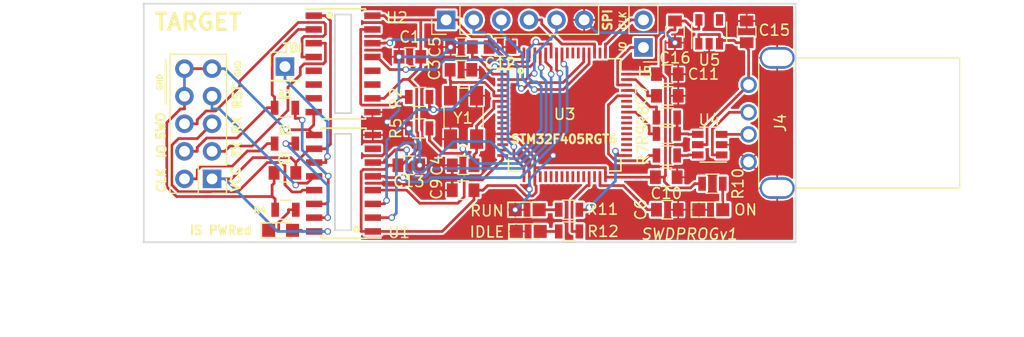
<source format=kicad_pcb>
(kicad_pcb (version 4) (host pcbnew 4.0.7)
  (layers (0 F.Cu signal) (31 B.Cu signal) (34 B.Paste user) (35 F.Paste user) (36 B.SilkS user) (37 F.SilkS user) (38 B.Mask user) (39 F.Mask user) (44 Edge.Cuts user))
  (net 0 "")
  (net 1 /GND_TARGET)
  (net 2 /VCC_TARGET)
  (net 3 "Net-(D2-Pad1)")
  (net 4 /SWCLK_HOST)
  (net 5 /SWDIO_HOST)
  (net 6 /SWO_HOST)
  (net 7 /NRST_HOST)
  (net 8 /SWCLK)
  (net 9 /UART_TX)
  (net 10 /SWDIO)
  (net 11 /UART_RX)
  (net 12 /SWO)
  (net 13 /NRST)
  (net 14 "Net-(R2-Pad1)")
  (net 15 "Net-(R3-Pad2)")
  (net 16 GND)
  (net 17 VDD)
  (net 18 "Net-(C5-Pad2)")
  (net 19 "Net-(C6-Pad2)")
  (net 20 "Net-(C7-Pad2)")
  (net 21 +5V)
  (net 22 "Net-(D3-Pad2)")
  (net 23 "Net-(D4-Pad2)")
  (net 24 "Net-(D5-Pad2)")
  (net 25 /SPI3_MOSI)
  (net 26 /SPI3_MISO)
  (net 27 /SPI3_SCK)
  (net 28 /SPI3_CS)
  (net 29 "Net-(J4-Pad3)")
  (net 30 "Net-(J4-Pad2)")
  (net 31 /SWDIOF4)
  (net 32 /SWCLKF4)
  (net 33 /UART2_TX)
  (net 34 /UART2_RX)
  (net 35 /TDI)
  (net 36 /TDI_HOST)
  (net 37 "Net-(R5-Pad2)")
  (net 38 "Net-(R6-Pad2)")
  (net 39 /USB-)
  (net 40 "Net-(R7-Pad2)")
  (net 41 /USB+)
  (net 42 "Net-(R8-Pad2)")
  (net 43 /USBE)
  (net 44 /LED0)
  (net 45 /LED1)
  (net 46 "Net-(C3-Pad1)")
  (net 47 "Net-(C4-Pad1)")
  (module Pin_Headers:Pin_Header_Straight_2x05_Pitch2.54mm (layer F.Cu) (at 154.29 111.155 180)
    (fp_text reference J2 hide)
    (fp_text value Conn_02x05_Odd_Even)
    (pad 1 thru_hole rect (at 0 0 180) (size 1.7 1.7) (drill 1) (layers *.Cu *.Mask) (net 2 /VCC_TARGET))
    (pad 2 thru_hole oval (at 2.54 0 180) (size 1.7 1.7) (drill 1) (layers *.Cu *.Mask) (net 8 /SWCLK))
    (pad 3 thru_hole oval (at 0 2.54 180) (size 1.7 1.7) (drill 1) (layers *.Cu *.Mask) (net 9 /UART_TX))
    (pad 4 thru_hole oval (at 2.54 2.54 180) (size 1.7 1.7) (drill 1) (layers *.Cu *.Mask) (net 10 /SWDIO))
    (pad 5 thru_hole oval (at 0 5.08 180) (size 1.7 1.7) (drill 1) (layers *.Cu *.Mask) (net 11 /UART_RX))
    (pad 6 thru_hole oval (at 2.54 5.08 180) (size 1.7 1.7) (drill 1) (layers *.Cu *.Mask) (net 12 /SWO))
    (pad 7 thru_hole oval (at 0 7.62 180) (size 1.7 1.7) (drill 1) (layers *.Cu *.Mask) (net 13 /NRST))
    (pad 8 thru_hole oval (at 2.54 7.62 180) (size 1.7 1.7) (drill 1) (layers *.Cu *.Mask) (net 1 /GND_TARGET))
    (pad 9 thru_hole oval (at 0 10.16 180) (size 1.7 1.7) (drill 1) (layers *.Cu *.Mask) (net 1 /GND_TARGET))
    (pad 10 thru_hole oval (at 2.54 10.16 180) (size 1.7 1.7) (drill 1) (layers *.Cu *.Mask) (net 1 /GND_TARGET))
  )
  (module Housings_SOIC:SOIC-16_3.9x9.9mm_Pitch1.27mm (layer F.Cu) (at 166.39 111.555 180)
    (fp_text reference U1 (at -5.11 -4.545 180) (layer F.SilkS))
    (fp_text value SI8650BB-B-IS1)
    (pad 1 smd rect (at -2.7 -4.445 180) (size 1.5 0.6) (layers F.Cu F.Paste F.Mask) (net 17 VDD))
    (pad 2 smd rect (at -2.7 -3.175 180) (size 1.5 0.6) (layers F.Cu F.Paste F.Mask) (net 4 /SWCLK_HOST))
    (pad 3 smd rect (at -2.7 -1.905 180) (size 1.5 0.6) (layers F.Cu F.Paste F.Mask) (net 5 /SWDIO_HOST))
    (pad 4 smd rect (at -2.7 -0.635 180) (size 1.5 0.6) (layers F.Cu F.Paste F.Mask) (net 33 /UART2_TX))
    (pad 5 smd rect (at -2.7 0.635 180) (size 1.5 0.6) (layers F.Cu F.Paste F.Mask) (net 7 /NRST_HOST))
    (pad 6 smd rect (at -2.7 1.905 180) (size 1.5 0.6) (layers F.Cu F.Paste F.Mask) (net 36 /TDI_HOST))
    (pad 7 smd rect (at -2.7 3.175 180) (size 1.5 0.6) (layers F.Cu F.Paste F.Mask))
    (pad 8 smd rect (at -2.7 4.445 180) (size 1.5 0.6) (layers F.Cu F.Paste F.Mask) (net 16 GND))
    (pad 9 smd rect (at 2.7 4.445 180) (size 1.5 0.6) (layers F.Cu F.Paste F.Mask) (net 1 /GND_TARGET))
    (pad 10 smd rect (at 2.7 3.175 180) (size 1.5 0.6) (layers F.Cu F.Paste F.Mask) (net 2 /VCC_TARGET))
    (pad 11 smd rect (at 2.7 1.905 180) (size 1.5 0.6) (layers F.Cu F.Paste F.Mask) (net 35 /TDI))
    (pad 12 smd rect (at 2.7 0.635 180) (size 1.5 0.6) (layers F.Cu F.Paste F.Mask) (net 13 /NRST))
    (pad 13 smd rect (at 2.7 -0.635 180) (size 1.5 0.6) (layers F.Cu F.Paste F.Mask) (net 11 /UART_RX))
    (pad 14 smd rect (at 2.7 -1.905 180) (size 1.5 0.6) (layers F.Cu F.Paste F.Mask) (net 15 "Net-(R3-Pad2)"))
    (pad 15 smd rect (at 2.7 -3.175 180) (size 1.5 0.6) (layers F.Cu F.Paste F.Mask) (net 38 "Net-(R6-Pad2)"))
    (pad 16 smd rect (at 2.7 -4.445 180) (size 1.5 0.6) (layers F.Cu F.Paste F.Mask) (net 2 /VCC_TARGET))
  )
  (module Housings_SOIC:SOIC-16_3.9x9.9mm_Pitch1.27mm (layer F.Cu) (at 166.348 100.555)
    (fp_text reference U2 (at 4.952447 -4.255) (layer F.SilkS))
    (fp_text value SI8650BB-B-IS1)
    (pad 1 smd rect (at -2.7 -4.445) (size 1.5 0.6) (layers F.Cu F.Paste F.Mask) (net 2 /VCC_TARGET))
    (pad 2 smd rect (at -2.7 -3.175) (size 1.5 0.6) (layers F.Cu F.Paste F.Mask) (net 10 /SWDIO))
    (pad 3 smd rect (at -2.7 -1.905) (size 1.5 0.6) (layers F.Cu F.Paste F.Mask) (net 9 /UART_TX))
    (pad 4 smd rect (at -2.7 -0.635) (size 1.5 0.6) (layers F.Cu F.Paste F.Mask) (net 12 /SWO))
    (pad 5 smd rect (at -2.7 0.635) (size 1.5 0.6) (layers F.Cu F.Paste F.Mask))
    (pad 6 smd rect (at -2.7 1.905) (size 1.5 0.6) (layers F.Cu F.Paste F.Mask))
    (pad 7 smd rect (at -2.7 3.175) (size 1.5 0.6) (layers F.Cu F.Paste F.Mask))
    (pad 8 smd rect (at -2.7 4.445) (size 1.5 0.6) (layers F.Cu F.Paste F.Mask) (net 1 /GND_TARGET))
    (pad 9 smd rect (at 2.7 4.445) (size 1.5 0.6) (layers F.Cu F.Paste F.Mask) (net 16 GND))
    (pad 10 smd rect (at 2.7 3.175) (size 1.5 0.6) (layers F.Cu F.Paste F.Mask) (net 17 VDD))
    (pad 11 smd rect (at 2.7 1.905) (size 1.5 0.6) (layers F.Cu F.Paste F.Mask))
    (pad 12 smd rect (at 2.7 0.635) (size 1.5 0.6) (layers F.Cu F.Paste F.Mask))
    (pad 13 smd rect (at 2.7 -0.635) (size 1.5 0.6) (layers F.Cu F.Paste F.Mask) (net 6 /SWO_HOST))
    (pad 14 smd rect (at 2.7 -1.905) (size 1.5 0.6) (layers F.Cu F.Paste F.Mask) (net 34 /UART2_RX))
    (pad 15 smd rect (at 2.7 -3.175) (size 1.5 0.6) (layers F.Cu F.Paste F.Mask) (net 14 "Net-(R2-Pad1)"))
    (pad 16 smd rect (at 2.7 -4.445) (size 1.5 0.6) (layers F.Cu F.Paste F.Mask) (net 17 VDD))
  )
  (module Pin_Headers:Pin_Header_Straight_1x06_Pitch2.54mm (layer F.Cu) (at 175.84 96.5 90)
    (fp_text reference J3 hide)
    (fp_text value Conn_01x06)
    (pad 1 thru_hole rect (at 0 0 90) (size 1.7 1.7) (drill 1) (layers *.Cu *.Mask) (net 17 VDD))
    (pad 2 thru_hole oval (at 0 2.54 90) (size 1.7 1.7) (drill 1) (layers *.Cu *.Mask) (net 25 /SPI3_MOSI))
    (pad 3 thru_hole oval (at 0 5.08 90) (size 1.7 1.7) (drill 1) (layers *.Cu *.Mask) (net 26 /SPI3_MISO))
    (pad 4 thru_hole oval (at 0 7.62 90) (size 1.7 1.7) (drill 1) (layers *.Cu *.Mask) (net 27 /SPI3_SCK))
    (pad 5 thru_hole oval (at 0 10.16 90) (size 1.7 1.7) (drill 1) (layers *.Cu *.Mask) (net 28 /SPI3_CS))
    (pad 6 thru_hole oval (at 0 12.7 90) (size 1.7 1.7) (drill 1) (layers *.Cu *.Mask) (net 16 GND))
  )
  (module Pin_Headers:Pin_Header_Straight_1x02_Pitch2.54mm (layer F.Cu) (at 194 99.04 180)
    (fp_text reference J5 (at 0 -2.33 180) (layer F.SilkS))
    (fp_text value Conn_01x02)
    (pad 1 thru_hole rect (at 0 0 180) (size 1.7 1.7) (drill 1) (layers *.Cu *.Mask) (net 31 /SWDIOF4))
    (pad 2 thru_hole oval (at 0 2.54 180) (size 1.7 1.7) (drill 1) (layers *.Cu *.Mask) (net 32 /SWCLKF4))
  )
  (module Housings_QFP:LQFP-64_10x10mm_Pitch0.5mm (layer F.Cu) (at 186.75 105.25)
    (fp_text reference U3 (at 0 -0.05) (layer F.SilkS))
    (fp_text value STM32F405RGTx)
    (pad 1 smd rect (at -5.7 -3.75) (size 1 0.25) (layers F.Cu F.Paste F.Mask) (net 18 "Net-(C5-Pad2)"))
    (pad 2 smd rect (at -5.7 -3.25) (size 1 0.25) (layers F.Cu F.Paste F.Mask) (net 28 /SPI3_CS))
    (pad 3 smd rect (at -5.7 -2.75) (size 1 0.25) (layers F.Cu F.Paste F.Mask))
    (pad 4 smd rect (at -5.7 -2.25) (size 1 0.25) (layers F.Cu F.Paste F.Mask))
    (pad 5 smd rect (at -5.7 -1.75) (size 1 0.25) (layers F.Cu F.Paste F.Mask) (net 46 "Net-(C3-Pad1)"))
    (pad 6 smd rect (at -5.7 -1.25) (size 1 0.25) (layers F.Cu F.Paste F.Mask) (net 47 "Net-(C4-Pad1)"))
    (pad 7 smd rect (at -5.7 -0.75) (size 1 0.25) (layers F.Cu F.Paste F.Mask))
    (pad 8 smd rect (at -5.7 -0.25) (size 1 0.25) (layers F.Cu F.Paste F.Mask))
    (pad 9 smd rect (at -5.7 0.25) (size 1 0.25) (layers F.Cu F.Paste F.Mask))
    (pad 10 smd rect (at -5.7 0.75) (size 1 0.25) (layers F.Cu F.Paste F.Mask))
    (pad 11 smd rect (at -5.7 1.25) (size 1 0.25) (layers F.Cu F.Paste F.Mask))
    (pad 12 smd rect (at -5.7 1.75) (size 1 0.25) (layers F.Cu F.Paste F.Mask) (net 16 GND))
    (pad 13 smd rect (at -5.7 2.25) (size 1 0.25) (layers F.Cu F.Paste F.Mask) (net 17 VDD))
    (pad 14 smd rect (at -5.7 2.75) (size 1 0.25) (layers F.Cu F.Paste F.Mask))
    (pad 15 smd rect (at -5.7 3.25) (size 1 0.25) (layers F.Cu F.Paste F.Mask))
    (pad 16 smd rect (at -5.7 3.75) (size 1 0.25) (layers F.Cu F.Paste F.Mask) (net 33 /UART2_TX))
    (pad 17 smd rect (at -3.75 5.7 90) (size 1 0.25) (layers F.Cu F.Paste F.Mask) (net 34 /UART2_RX))
    (pad 18 smd rect (at -3.25 5.7 90) (size 1 0.25) (layers F.Cu F.Paste F.Mask) (net 16 GND))
    (pad 19 smd rect (at -2.75 5.7 90) (size 1 0.25) (layers F.Cu F.Paste F.Mask) (net 17 VDD))
    (pad 20 smd rect (at -2.25 5.7 90) (size 1 0.25) (layers F.Cu F.Paste F.Mask))
    (pad 21 smd rect (at -1.75 5.7 90) (size 1 0.25) (layers F.Cu F.Paste F.Mask))
    (pad 22 smd rect (at -1.25 5.7 90) (size 1 0.25) (layers F.Cu F.Paste F.Mask))
    (pad 23 smd rect (at -0.75 5.7 90) (size 1 0.25) (layers F.Cu F.Paste F.Mask))
    (pad 24 smd rect (at -0.25 5.7 90) (size 1 0.25) (layers F.Cu F.Paste F.Mask))
    (pad 25 smd rect (at 0.25 5.7 90) (size 1 0.25) (layers F.Cu F.Paste F.Mask))
    (pad 26 smd rect (at 0.75 5.7 90) (size 1 0.25) (layers F.Cu F.Paste F.Mask))
    (pad 27 smd rect (at 1.25 5.7 90) (size 1 0.25) (layers F.Cu F.Paste F.Mask))
    (pad 28 smd rect (at 1.75 5.7 90) (size 1 0.25) (layers F.Cu F.Paste F.Mask))
    (pad 29 smd rect (at 2.25 5.7 90) (size 1 0.25) (layers F.Cu F.Paste F.Mask) (net 45 /LED1))
    (pad 30 smd rect (at 2.75 5.7 90) (size 1 0.25) (layers F.Cu F.Paste F.Mask))
    (pad 31 smd rect (at 3.25 5.7 90) (size 1 0.25) (layers F.Cu F.Paste F.Mask) (net 19 "Net-(C6-Pad2)"))
    (pad 32 smd rect (at 3.75 5.7 90) (size 1 0.25) (layers F.Cu F.Paste F.Mask) (net 17 VDD))
    (pad 33 smd rect (at 5.7 3.75) (size 1 0.25) (layers F.Cu F.Paste F.Mask) (net 44 /LED0))
    (pad 34 smd rect (at 5.7 3.25) (size 1 0.25) (layers F.Cu F.Paste F.Mask))
    (pad 35 smd rect (at 5.7 2.75) (size 1 0.25) (layers F.Cu F.Paste F.Mask))
    (pad 36 smd rect (at 5.7 2.25) (size 1 0.25) (layers F.Cu F.Paste F.Mask))
    (pad 37 smd rect (at 5.7 1.75) (size 1 0.25) (layers F.Cu F.Paste F.Mask))
    (pad 38 smd rect (at 5.7 1.25) (size 1 0.25) (layers F.Cu F.Paste F.Mask))
    (pad 39 smd rect (at 5.7 0.75) (size 1 0.25) (layers F.Cu F.Paste F.Mask))
    (pad 40 smd rect (at 5.7 0.25) (size 1 0.25) (layers F.Cu F.Paste F.Mask))
    (pad 41 smd rect (at 5.7 -0.25) (size 1 0.25) (layers F.Cu F.Paste F.Mask) (net 43 /USBE))
    (pad 42 smd rect (at 5.7 -0.75) (size 1 0.25) (layers F.Cu F.Paste F.Mask))
    (pad 43 smd rect (at 5.7 -1.25) (size 1 0.25) (layers F.Cu F.Paste F.Mask))
    (pad 44 smd rect (at 5.7 -1.75) (size 1 0.25) (layers F.Cu F.Paste F.Mask) (net 39 /USB-))
    (pad 45 smd rect (at 5.7 -2.25) (size 1 0.25) (layers F.Cu F.Paste F.Mask) (net 41 /USB+))
    (pad 46 smd rect (at 5.7 -2.75) (size 1 0.25) (layers F.Cu F.Paste F.Mask) (net 31 /SWDIOF4))
    (pad 47 smd rect (at 5.7 -3.25) (size 1 0.25) (layers F.Cu F.Paste F.Mask) (net 20 "Net-(C7-Pad2)"))
    (pad 48 smd rect (at 5.7 -3.75) (size 1 0.25) (layers F.Cu F.Paste F.Mask) (net 17 VDD))
    (pad 49 smd rect (at 3.75 -5.7 90) (size 1 0.25) (layers F.Cu F.Paste F.Mask) (net 32 /SWCLKF4))
    (pad 50 smd rect (at 3.25 -5.7 90) (size 1 0.25) (layers F.Cu F.Paste F.Mask))
    (pad 51 smd rect (at 2.75 -5.7 90) (size 1 0.25) (layers F.Cu F.Paste F.Mask) (net 27 /SPI3_SCK))
    (pad 52 smd rect (at 2.25 -5.7 90) (size 1 0.25) (layers F.Cu F.Paste F.Mask) (net 26 /SPI3_MISO))
    (pad 53 smd rect (at 1.75 -5.7 90) (size 1 0.25) (layers F.Cu F.Paste F.Mask) (net 25 /SPI3_MOSI))
    (pad 54 smd rect (at 1.25 -5.7 90) (size 1 0.25) (layers F.Cu F.Paste F.Mask))
    (pad 55 smd rect (at 0.75 -5.7 90) (size 1 0.25) (layers F.Cu F.Paste F.Mask))
    (pad 56 smd rect (at 0.25 -5.7 90) (size 1 0.25) (layers F.Cu F.Paste F.Mask))
    (pad 57 smd rect (at -0.25 -5.7 90) (size 1 0.25) (layers F.Cu F.Paste F.Mask) (net 7 /NRST_HOST))
    (pad 58 smd rect (at -0.75 -5.7 90) (size 1 0.25) (layers F.Cu F.Paste F.Mask) (net 36 /TDI_HOST))
    (pad 59 smd rect (at -1.25 -5.7 90) (size 1 0.25) (layers F.Cu F.Paste F.Mask) (net 6 /SWO_HOST))
    (pad 60 smd rect (at -1.75 -5.7 90) (size 1 0.25) (layers F.Cu F.Paste F.Mask) (net 37 "Net-(R5-Pad2)"))
    (pad 61 smd rect (at -2.25 -5.7 90) (size 1 0.25) (layers F.Cu F.Paste F.Mask) (net 4 /SWCLK_HOST))
    (pad 62 smd rect (at -2.75 -5.7 90) (size 1 0.25) (layers F.Cu F.Paste F.Mask) (net 5 /SWDIO_HOST))
    (pad 63 smd rect (at -3.25 -5.7 90) (size 1 0.25) (layers F.Cu F.Paste F.Mask) (net 16 GND))
    (pad 64 smd rect (at -3.75 -5.7 90) (size 1 0.25) (layers F.Cu F.Paste F.Mask) (net 17 VDD))
  )
  (module TO_SOT_Packages_SMD:SOT-23-6 (layer F.Cu) (at 200.1 108 180)
    (fp_text reference U4 (at 0.025 2.275 180) (layer F.SilkS))
    (fp_text value USBLC6-2SC6)
    (pad 1 smd rect (at -1.1 -0.95 180) (size 1.06 0.65) (layers F.Cu F.Paste F.Mask) (net 30 "Net-(J4-Pad2)"))
    (pad 2 smd rect (at -1.1 0 180) (size 1.06 0.65) (layers F.Cu F.Paste F.Mask) (net 16 GND))
    (pad 3 smd rect (at -1.1 0.95 180) (size 1.06 0.65) (layers F.Cu F.Paste F.Mask) (net 29 "Net-(J4-Pad3)"))
    (pad 4 smd rect (at 1.1 0.95 180) (size 1.06 0.65) (layers F.Cu F.Paste F.Mask) (net 42 "Net-(R8-Pad2)"))
    (pad 6 smd rect (at 1.1 -0.95 180) (size 1.06 0.65) (layers F.Cu F.Paste F.Mask) (net 40 "Net-(R7-Pad2)"))
    (pad 5 smd rect (at 1.1 0 180) (size 1.06 0.65) (layers F.Cu F.Paste F.Mask) (net 21 +5V))
  )
  (module usb-a-male-tht:USB_A (layer F.Cu) (at 204.61 112 90)
    (fp_text reference J4 (at 6 2 90) (layer F.SilkS))
    (fp_text value USB_A)
    (pad 1 thru_hole circle (at 9.52 -0.93) (size 1.5 1.5) (drill 1) (layers *.Cu *.Mask) (net 21 +5V))
    (pad 2 thru_hole circle (at 6.98 -0.93 90) (size 1.5 1.5) (drill 1) (layers *.Cu *.Mask) (net 30 "Net-(J4-Pad2)"))
    (pad 3 thru_hole circle (at 4.95 -0.93) (size 1.5 1.5) (drill 1) (layers *.Cu *.Mask) (net 29 "Net-(J4-Pad3)"))
    (pad 4 thru_hole circle (at 2.41 -0.93) (size 1.5 1.5) (drill 1) (layers *.Cu *.Mask) (net 16 GND))
    (pad 5 thru_hole oval (at 12 1.7) (size 3.2 2) (drill oval 2.8 1.5) (layers *.Cu *.Mask) (net 16 GND))
    (pad 5 thru_hole oval (at 0 1.7) (size 3.2 2) (drill oval 2.8 1.5) (layers *.Cu *.Mask) (net 16 GND))
  )
  (module Crystals:Crystal_SMD_Abracon_ABM3B-4pin_5.0x3.2mm (layer F.Cu) (at 177.44 105.49 270)
    (fp_text reference Y1 (at 0.06 0.04 360) (layer F.SilkS))
    (fp_text value Crystal_GND24)
    (pad 1 smd rect (at -2 1.2 270) (size 1.8 1.2) (layers F.Cu F.Paste F.Mask) (net 46 "Net-(C3-Pad1)"))
    (pad 2 smd rect (at 2 1.2 270) (size 1.8 1.2) (layers F.Cu F.Paste F.Mask) (net 16 GND))
    (pad 3 smd rect (at 2 -1.2 270) (size 1.8 1.2) (layers F.Cu F.Paste F.Mask) (net 47 "Net-(C4-Pad1)"))
    (pad 4 smd rect (at -2 -1.2 270) (size 1.8 1.2) (layers F.Cu F.Paste F.Mask) (net 16 GND))
  )
  (module TO_SOT_Packages_SMD:SOT-23-5 (layer F.Cu) (at 200.05 97.6 90)
    (fp_text reference U5 (at -2.6 0.025 180) (layer F.SilkS))
    (fp_text value TLV70030_SOT23-5)
    (pad 1 smd rect (at -1.1 -0.95 90) (size 1.06 0.65) (layers F.Cu F.Paste F.Mask) (net 21 +5V))
    (pad 2 smd rect (at -1.1 0 90) (size 1.06 0.65) (layers F.Cu F.Paste F.Mask) (net 16 GND))
    (pad 3 smd rect (at -1.1 0.95 90) (size 1.06 0.65) (layers F.Cu F.Paste F.Mask) (net 21 +5V))
    (pad 4 smd rect (at 1.1 0.95 90) (size 1.06 0.65) (layers F.Cu F.Paste F.Mask))
    (pad 5 smd rect (at 1.1 -0.95 90) (size 1.06 0.65) (layers F.Cu F.Paste F.Mask) (net 17 VDD))
  )
  (module Capacitors_SMD:C_0805 (layer F.Cu) (at 172.5 99.9)
    (fp_text reference C1 (at 0 -1.825) (layer F.SilkS))
    (fp_text value C)
    (pad 1 smd rect (at -1 0) (size 1 1.25) (layers F.Cu F.Paste F.Mask) (net 16 GND))
    (pad 2 smd rect (at 1 0) (size 1 1.25) (layers F.Cu F.Paste F.Mask) (net 17 VDD))
  )
  (module Capacitors_SMD:C_0805 (layer F.Cu) (at 161 110.6)
    (fp_text reference C2 (at -0.1 -1.2) (layer F.SilkS) (effects (font (size 0.6 0.6))))
    (fp_text value C)
    (pad 1 smd rect (at -1 0) (size 1 1.25) (layers F.Cu F.Paste F.Mask) (net 1 /GND_TARGET))
    (pad 2 smd rect (at 1 0) (size 1 1.25) (layers F.Cu F.Paste F.Mask) (net 2 /VCC_TARGET))
  )
  (module Capacitors_SMD:C_0805 (layer F.Cu) (at 177.2 101.1)
    (fp_text reference C3 (at -2.44 0.01 90) (layer F.SilkS))
    (fp_text value 22p)
    (pad 1 smd rect (at -1 0) (size 1 1.25) (layers F.Cu F.Paste F.Mask) (net 46 "Net-(C3-Pad1)"))
    (pad 2 smd rect (at 1 0) (size 1 1.25) (layers F.Cu F.Paste F.Mask) (net 16 GND))
  )
  (module Capacitors_SMD:C_0805 (layer F.Cu) (at 177.4 109.9 180)
    (fp_text reference C4 (at 2.4 0 270) (layer F.SilkS))
    (fp_text value 22p)
    (pad 1 smd rect (at -1 0 180) (size 1 1.25) (layers F.Cu F.Paste F.Mask) (net 47 "Net-(C4-Pad1)"))
    (pad 2 smd rect (at 1 0 180) (size 1 1.25) (layers F.Cu F.Paste F.Mask) (net 16 GND))
  )
  (module Capacitors_SMD:C_0805 (layer F.Cu) (at 177.25 99)
    (fp_text reference C5 (at -2.45 0 90) (layer F.SilkS))
    (fp_text value 1u)
    (pad 1 smd rect (at -1 0) (size 1 1.25) (layers F.Cu F.Paste F.Mask) (net 16 GND))
    (pad 2 smd rect (at 1 0) (size 1 1.25) (layers F.Cu F.Paste F.Mask) (net 18 "Net-(C5-Pad2)"))
  )
  (module Capacitors_SMD:C_0805 (layer F.Cu) (at 196.2 114 180)
    (fp_text reference C6 (at 2.45 0 270) (layer F.SilkS))
    (fp_text value 2.2u)
    (pad 1 smd rect (at -1 0 180) (size 1 1.25) (layers F.Cu F.Paste F.Mask) (net 16 GND))
    (pad 2 smd rect (at 1 0 180) (size 1 1.25) (layers F.Cu F.Paste F.Mask) (net 19 "Net-(C6-Pad2)"))
  )
  (module Capacitors_SMD:C_0805 (layer F.Cu) (at 196.2 103.5 180)
    (fp_text reference C7 (at 2.375 0.1 270) (layer F.SilkS))
    (fp_text value 2.2u)
    (pad 1 smd rect (at -1 0 180) (size 1 1.25) (layers F.Cu F.Paste F.Mask) (net 16 GND))
    (pad 2 smd rect (at 1 0 180) (size 1 1.25) (layers F.Cu F.Paste F.Mask) (net 20 "Net-(C7-Pad2)"))
  )
  (module Capacitors_SMD:C_0805 (layer F.Cu) (at 177.4 112.2)
    (fp_text reference C9 (at -2.45 -0.1 90) (layer F.SilkS))
    (fp_text value 100n)
    (pad 1 smd rect (at -1 0) (size 1 1.25) (layers F.Cu F.Paste F.Mask) (net 16 GND))
    (pad 2 smd rect (at 1 0) (size 1 1.25) (layers F.Cu F.Paste F.Mask) (net 17 VDD))
  )
  (module Capacitors_SMD:C_0805 (layer F.Cu) (at 196.1 111 180)
    (fp_text reference C10 (at 0 -1.5 180) (layer F.SilkS))
    (fp_text value 100n)
    (pad 1 smd rect (at -1 0 180) (size 1 1.25) (layers F.Cu F.Paste F.Mask) (net 16 GND))
    (pad 2 smd rect (at 1 0 180) (size 1 1.25) (layers F.Cu F.Paste F.Mask) (net 17 VDD))
  )
  (module Capacitors_SMD:C_0805 (layer F.Cu) (at 196.2 101.5 180)
    (fp_text reference C11 (at -3.325 0 180) (layer F.SilkS))
    (fp_text value 100n)
    (pad 1 smd rect (at -1 0 180) (size 1 1.25) (layers F.Cu F.Paste F.Mask) (net 16 GND))
    (pad 2 smd rect (at 1 0 180) (size 1 1.25) (layers F.Cu F.Paste F.Mask) (net 17 VDD))
  )
  (module Capacitors_SMD:C_0805 (layer F.Cu) (at 180.8 99 180)
    (fp_text reference C12 (at 0 -1.5 180) (layer F.SilkS))
    (fp_text value 100n)
    (pad 1 smd rect (at -1 0 180) (size 1 1.25) (layers F.Cu F.Paste F.Mask) (net 16 GND))
    (pad 2 smd rect (at 1 0 180) (size 1 1.25) (layers F.Cu F.Paste F.Mask) (net 17 VDD))
  )
  (module Capacitors_SMD:C_0805 (layer F.Cu) (at 172.4 109.9 180)
    (fp_text reference C13 (at 0 -1.5 180) (layer F.SilkS))
    (fp_text value 100n)
    (pad 1 smd rect (at -1 0 180) (size 1 1.25) (layers F.Cu F.Paste F.Mask) (net 16 GND))
    (pad 2 smd rect (at 1 0 180) (size 1 1.25) (layers F.Cu F.Paste F.Mask) (net 17 VDD))
  )
  (module Capacitors_SMD:C_0805 (layer F.Cu) (at 203.5 97.6 90)
    (fp_text reference C15 (at 0.15 2.55 180) (layer F.SilkS))
    (fp_text value 10u)
    (pad 1 smd rect (at -1 0 90) (size 1 1.25) (layers F.Cu F.Paste F.Mask) (net 21 +5V))
    (pad 2 smd rect (at 1 0 90) (size 1 1.25) (layers F.Cu F.Paste F.Mask) (net 16 GND))
  )
  (module Capacitors_SMD:C_0805 (layer F.Cu) (at 196.9 97.6 270)
    (fp_text reference C16 (at 2.4 0 360) (layer F.SilkS))
    (fp_text value 10u)
    (pad 1 smd rect (at -1 0 270) (size 1 1.25) (layers F.Cu F.Paste F.Mask) (net 17 VDD))
    (pad 2 smd rect (at 1 0 270) (size 1 1.25) (layers F.Cu F.Paste F.Mask) (net 16 GND))
  )
  (module LEDs:LED_0805 (layer F.Cu) (at 160.6 115.9)
    (fp_text reference D2 hide)
    (fp_text value LED)
    (pad 2 smd rect (at 1.1 0 180) (size 1.2 1.2) (layers F.Cu F.Paste F.Mask) (net 2 /VCC_TARGET))
    (pad 1 smd rect (at -1.1 0 180) (size 1.2 1.2) (layers F.Cu F.Paste F.Mask) (net 3 "Net-(D2-Pad1)"))
  )
  (module LEDs:LED_0805 (layer F.Cu) (at 200.2 114)
    (fp_text reference D3 hide)
    (fp_text value LED)
    (pad 2 smd rect (at 1.1 0 180) (size 1.2 1.2) (layers F.Cu F.Paste F.Mask) (net 22 "Net-(D3-Pad2)"))
    (pad 1 smd rect (at -1.1 0 180) (size 1.2 1.2) (layers F.Cu F.Paste F.Mask) (net 16 GND))
  )
  (module Resistors_SMD:R_0805 (layer F.Cu) (at 173.35 103.6)
    (fp_text reference R2 (at -2.15 0.1 270) (layer F.SilkS))
    (fp_text value 1K)
    (pad 1 smd rect (at -0.95 0) (size 0.7 1.3) (layers F.Cu F.Paste F.Mask) (net 14 "Net-(R2-Pad1)"))
    (pad 2 smd rect (at 0.95 0) (size 0.7 1.3) (layers F.Cu F.Paste F.Mask) (net 5 /SWDIO_HOST))
  )
  (module Resistors_SMD:R_0805 (layer F.Cu) (at 161 104.6)
    (fp_text reference R3 (at -0.05 -1.3) (layer F.SilkS) (effects (font (size 0.6 0.6))))
    (fp_text value 1K)
    (pad 1 smd rect (at -0.95 0) (size 0.7 1.3) (layers F.Cu F.Paste F.Mask) (net 10 /SWDIO))
    (pad 2 smd rect (at 0.95 0) (size 0.7 1.3) (layers F.Cu F.Paste F.Mask) (net 15 "Net-(R3-Pad2)"))
  )
  (module Resistors_SMD:R_0805 (layer F.Cu) (at 161.05 114)
    (fp_text reference R4 (at -2.35 0.05) (layer F.SilkS) (effects (font (size 0.6 0.6))))
    (fp_text value 100R)
    (pad 1 smd rect (at -0.95 0) (size 0.7 1.3) (layers F.Cu F.Paste F.Mask) (net 1 /GND_TARGET))
    (pad 2 smd rect (at 0.95 0) (size 0.7 1.3) (layers F.Cu F.Paste F.Mask) (net 3 "Net-(D2-Pad1)"))
  )
  (module Resistors_SMD:R_0805 (layer F.Cu) (at 173.35 106.5)
    (fp_text reference R5 (at -2.15 0 90) (layer F.SilkS))
    (fp_text value 10K)
    (pad 1 smd rect (at -0.95 0) (size 0.7 1.3) (layers F.Cu F.Paste F.Mask) (net 16 GND))
    (pad 2 smd rect (at 0.95 0) (size 0.7 1.3) (layers F.Cu F.Paste F.Mask) (net 37 "Net-(R5-Pad2)"))
  )
  (module Resistors_SMD:R_0805 (layer F.Cu) (at 161 107.9)
    (fp_text reference R6 (at 0 -1.3) (layer F.SilkS) (effects (font (size 0.6 0.6))))
    (fp_text value 100R)
    (pad 1 smd rect (at -0.95 0) (size 0.7 1.3) (layers F.Cu F.Paste F.Mask) (net 8 /SWCLK))
    (pad 2 smd rect (at 0.95 0) (size 0.7 1.3) (layers F.Cu F.Paste F.Mask) (net 38 "Net-(R6-Pad2)"))
  )
  (module Resistors_SMD:R_0805 (layer F.Cu) (at 196.15 109)
    (fp_text reference R7 (at -2.175 -0.075 90) (layer F.SilkS))
    (fp_text value 22R)
    (pad 1 smd rect (at -0.95 0) (size 0.7 1.3) (layers F.Cu F.Paste F.Mask) (net 39 /USB-))
    (pad 2 smd rect (at 0.95 0) (size 0.7 1.3) (layers F.Cu F.Paste F.Mask) (net 40 "Net-(R7-Pad2)"))
  )
  (module Resistors_SMD:R_0805 (layer F.Cu) (at 196.15 105.5)
    (fp_text reference R8 (at -2.175 -0.175 90) (layer F.SilkS))
    (fp_text value 22R)
    (pad 1 smd rect (at -0.95 0) (size 0.7 1.3) (layers F.Cu F.Paste F.Mask) (net 41 /USB+))
    (pad 2 smd rect (at 0.95 0) (size 0.7 1.3) (layers F.Cu F.Paste F.Mask) (net 42 "Net-(R8-Pad2)"))
  )
  (module Resistors_SMD:R_0805 (layer F.Cu) (at 196.15 107)
    (fp_text reference R9 (at -2.25 0.125 90) (layer F.SilkS))
    (fp_text value 1K5)
    (pad 1 smd rect (at -0.95 0) (size 0.7 1.3) (layers F.Cu F.Paste F.Mask) (net 43 /USBE))
    (pad 2 smd rect (at 0.95 0) (size 0.7 1.3) (layers F.Cu F.Paste F.Mask) (net 42 "Net-(R8-Pad2)"))
  )
  (module Resistors_SMD:R_0805 (layer F.Cu) (at 200.35 111.6)
    (fp_text reference R10 (at 2.35 0 90) (layer F.SilkS))
    (fp_text value 220R)
    (pad 1 smd rect (at -0.95 0) (size 0.7 1.3) (layers F.Cu F.Paste F.Mask) (net 17 VDD))
    (pad 2 smd rect (at 0.95 0) (size 0.7 1.3) (layers F.Cu F.Paste F.Mask) (net 22 "Net-(D3-Pad2)"))
  )
  (module Resistors_SMD:R_0805 (layer F.Cu) (at 187.15 114 180)
    (fp_text reference R11 (at -3.075 0.05 360) (layer F.SilkS))
    (fp_text value 220R)
    (pad 1 smd rect (at -0.95 0 180) (size 0.7 1.3) (layers F.Cu F.Paste F.Mask) (net 44 /LED0))
    (pad 2 smd rect (at 0.95 0 180) (size 0.7 1.3) (layers F.Cu F.Paste F.Mask) (net 23 "Net-(D4-Pad2)"))
  )
  (module Resistors_SMD:R_0805 (layer F.Cu) (at 187.15 116 180)
    (fp_text reference R12 (at -3.125 0 360) (layer F.SilkS))
    (fp_text value 220R)
    (pad 1 smd rect (at -0.95 0 180) (size 0.7 1.3) (layers F.Cu F.Paste F.Mask) (net 45 /LED1))
    (pad 2 smd rect (at 0.95 0 180) (size 0.7 1.3) (layers F.Cu F.Paste F.Mask) (net 24 "Net-(D5-Pad2)"))
  )
  (module LEDs:LED_0805 (layer F.Cu) (at 183.3 114)
    (fp_text reference D4 hide)
    (fp_text value LED)
    (pad 2 smd rect (at 1.1 0 180) (size 1.2 1.2) (layers F.Cu F.Paste F.Mask) (net 23 "Net-(D4-Pad2)"))
    (pad 1 smd rect (at -1.1 0 180) (size 1.2 1.2) (layers F.Cu F.Paste F.Mask) (net 16 GND))
  )
  (module LEDs:LED_0805 (layer F.Cu) (at 183.4 116)
    (fp_text reference D5 hide)
    (fp_text value LED)
    (pad 2 smd rect (at 1.1 0 180) (size 1.2 1.2) (layers F.Cu F.Paste F.Mask) (net 24 "Net-(D5-Pad2)"))
    (pad 1 smd rect (at -1.1 0 180) (size 1.2 1.2) (layers F.Cu F.Paste F.Mask) (net 16 GND))
  )
  (module Pin_Headers:Pin_Header_Straight_1x01_Pitch2.54mm (layer F.Cu) (at 161 100.8)
    (fp_text reference J1 hide)
    (fp_text value Conn_01x01)
    (pad 1 thru_hole rect (at 0 0) (size 1.7 1.7) (drill 1) (layers *.Cu *.Mask) (net 35 /TDI))
  )
  (gr_text IO (at 192.1 99 90) (layer F.SilkS) (effects (font (size 0.6 0.6) (thickness 0.15) italic)))
  (gr_text CLK (at 192.1 96.6 90) (layer F.SilkS) (effects (font (size 0.6 0.6) (thickness 0.15) italic)))
  (gr_text SPI (at 190.7 96.5 90) (layer F.SilkS) (effects (font (size 0.8 0.8) (thickness 0.2))))
  (gr_line (start 165.6 105.1) (end 167.1 105.1) (layer Edge.Cuts) (width 0.15))
  (gr_line (start 165.6 107) (end 167.1 107) (layer Edge.Cuts) (width 0.15))
  (gr_line (start 167.1 105.1) (end 167.1 96) (layer Edge.Cuts) (width 0.15))
  (gr_line (start 165.6 96) (end 165.6 105.1) (layer Edge.Cuts) (width 0.15))
  (gr_line (start 167.1 96) (end 166.7 96) (layer Edge.Cuts) (width 0.15))
  (gr_line (start 167.1 115.9) (end 167.1 107) (layer Edge.Cuts) (width 0.15))
  (gr_line (start 165.6 115.9) (end 167.1 115.9) (layer Edge.Cuts) (width 0.15))
  (gr_line (start 165.6 107) (end 165.6 115.9) (layer Edge.Cuts) (width 0.15))
  (gr_line (start 166.7 96) (end 165.6 96) (layer Edge.Cuts) (width 0.15))
  (gr_text VCC (at 156.475 111.175 90) (layer F.SilkS) (effects (font (size 0.8 0.8) (thickness 0.2))))
  (gr_text RX (at 156.575 106.2 90) (layer F.SilkS) (effects (font (size 0.8 0.8) (thickness 0.2))))
  (gr_text TX (at 156.6 108.45 90) (layer F.SilkS) (effects (font (size 0.8 0.8) (thickness 0.2))))
  (gr_text RST (at 156.625 103.575 90) (layer F.SilkS) (effects (font (size 0.8 0.8) (thickness 0.2))))
  (gr_text GND (at 156.675 101 90) (layer F.SilkS) (effects (font (size 0.5 0.5) (thickness 0.125))))
  (gr_line (start 150.025 100.2) (end 150.025 104.25) (layer F.SilkS) (width 0.2))
  (gr_text SWO (at 149.575 106.3 90) (layer F.SilkS) (effects (font (size 0.8 0.8) (thickness 0.2))))
  (gr_text CLK (at 149.625 111.275 90) (layer F.SilkS) (effects (font (size 0.8 0.8) (thickness 0.2))))
  (gr_text IO (at 149.65 108.6 90) (layer F.SilkS) (effects (font (size 0.8 0.8) (thickness 0.2))))
  (gr_text GND (at 149.475 102.25 90) (layer F.SilkS) (effects (font (size 0.5 0.5) (thickness 0.125))))
  (gr_text ON (at 203.4 114) (layer F.SilkS) (effects (font (size 1 1))))
  (gr_text SWDPROGv1 (at 198.225 116.25) (layer F.SilkS) (effects (font (size 1 1) (thickness 0.15) italic)))
  (gr_text IDLE (at 179.6 116.05) (layer F.SilkS) (effects (font (size 1 1))))
  (gr_text "RUN\n" (at 179.6 114.1) (layer F.SilkS) (effects (font (size 1 1))))
  (gr_text "IS PWRed" (at 155.1 115.9) (layer F.SilkS) (effects (font (size 0.8 0.8) (thickness 0.2))))
  (gr_text TDI (at 161.7 99.1) (layer F.SilkS) (effects (font (size 0.8 0.8) (thickness 0.2))))
  (gr_text TARGET (at 153 96.7) (layer F.SilkS) (effects (font (size 1.5 1.5) (thickness 0.3))))
  (gr_text STM32F405RGT6 (at 186.7 107.5) (layer F.SilkS) (effects (font (size 0.8 0.8) (thickness 0.2))))
  (gr_circle (center 165.1 96.076394) (end 165.2 96.276394) (layer F.SilkS) (width 0.2))
  (gr_circle (center 167.6 115.8) (end 167.7 116) (layer F.SilkS) (width 0.2))
  (gr_circle (center 182.7 101.2) (end 182.8 101.4) (layer F.SilkS) (width 0.2))
  (gr_line (start 148 117) (end 148 95) (layer Edge.Cuts) (width 0.15))
  (gr_line (start 208 117) (end 148 117) (layer Edge.Cuts) (width 0.15))
  (gr_line (start 208 95) (end 208 117) (layer Edge.Cuts) (width 0.15))
  (gr_line (start 148 95) (end 208 95) (layer Edge.Cuts) (width 0.15))
  (via (at 161.0953 106.625) (size 0.6) (layers F.Cu B.Cu) (net 1))
  (segment (start 151.75 100.995) (end 154.29 100.995) (width 0.25) (layer F.Cu) (net 1))
  (segment (start 151.75 100.995) (end 151.75 103.535) (width 0.25) (layer B.Cu) (net 1))
  (segment (start 160.1 114) (end 160.1 113.0247) (width 0.25) (layer F.Cu) (net 1))
  (segment (start 151.75 103.535) (end 151.75 104.7103) (width 0.25) (layer F.Cu) (net 1))
  (segment (start 160 110.6) (end 160 111.5503) (width 0.25) (layer F.Cu) (net 1))
  (segment (start 159.7758 112.7869) (end 159.819 112.7437) (width 0.25) (layer F.Cu) (net 1))
  (segment (start 151.0262 112.7869) (end 159.7758 112.7869) (width 0.25) (layer F.Cu) (net 1))
  (segment (start 150.1244 111.8851) (end 151.0262 112.7869) (width 0.25) (layer F.Cu) (net 1))
  (segment (start 150.1244 105.9685) (end 150.1244 111.8851) (width 0.25) (layer F.Cu) (net 1))
  (segment (start 151.3826 104.7103) (end 150.1244 105.9685) (width 0.25) (layer F.Cu) (net 1))
  (segment (start 151.75 104.7103) (end 151.3826 104.7103) (width 0.25) (layer F.Cu) (net 1))
  (segment (start 160.1 113.0247) (end 159.819 112.7437) (width 0.25) (layer F.Cu) (net 1))
  (segment (start 159.819 111.7313) (end 160 111.5503) (width 0.25) (layer F.Cu) (net 1))
  (segment (start 159.819 112.7437) (end 159.819 111.7313) (width 0.25) (layer F.Cu) (net 1))
  (segment (start 154.29 100.995) (end 155.4653 100.995) (width 0.25) (layer B.Cu) (net 1))
  (segment (start 163.648 106.182) (end 163.205 106.625) (width 0.25) (layer F.Cu) (net 1))
  (segment (start 163.648 105) (end 163.648 106.182) (width 0.25) (layer F.Cu) (net 1))
  (segment (start 163.205 106.625) (end 163.69 107.11) (width 0.25) (layer F.Cu) (net 1))
  (segment (start 155.4653 100.995) (end 161.0953 106.625) (width 0.25) (layer B.Cu) (net 1))
  (segment (start 163.205 106.625) (end 161.0953 106.625) (width 0.25) (layer F.Cu) (net 1))
  (via (at 164.9448 116) (size 0.6) (layers F.Cu B.Cu) (net 2))
  (segment (start 162 110.6) (end 162 109.6497) (width 0.25) (layer F.Cu) (net 2))
  (segment (start 163.2697 108.38) (end 162 109.6497) (width 0.25) (layer F.Cu) (net 2))
  (segment (start 163.69 108.38) (end 163.2697 108.38) (width 0.25) (layer F.Cu) (net 2))
  (segment (start 156.0886 111.155) (end 154.29 111.155) (width 0.25) (layer F.Cu) (net 2))
  (segment (start 158.0442 109.1994) (end 156.0886 111.155) (width 0.25) (layer F.Cu) (net 2))
  (segment (start 161.5497 109.1994) (end 158.0442 109.1994) (width 0.25) (layer F.Cu) (net 2))
  (segment (start 162 109.6497) (end 161.5497 109.1994) (width 0.25) (layer F.Cu) (net 2))
  (segment (start 163.69 116) (end 164.9448 116) (width 0.25) (layer F.Cu) (net 2))
  (segment (start 154.29 111.155) (end 155.4653 111.155) (width 0.25) (layer B.Cu) (net 2))
  (segment (start 162.5147 115.9) (end 162.6147 116) (width 0.25) (layer F.Cu) (net 2))
  (segment (start 161.7 115.9) (end 162.5147 115.9) (width 0.25) (layer F.Cu) (net 2))
  (segment (start 163.69 116) (end 162.6147 116) (width 0.25) (layer F.Cu) (net 2))
  (segment (start 160.3103 116) (end 164.9448 116) (width 0.25) (layer B.Cu) (net 2))
  (segment (start 155.4653 111.155) (end 160.3103 116) (width 0.25) (layer B.Cu) (net 2))
  (segment (start 165.1912 107.9541) (end 164.7653 108.38) (width 0.25) (layer F.Cu) (net 2))
  (segment (start 165.1912 96.5779) (end 165.1912 107.9541) (width 0.25) (layer F.Cu) (net 2))
  (segment (start 164.7233 96.11) (end 165.1912 96.5779) (width 0.25) (layer F.Cu) (net 2))
  (segment (start 163.648 96.11) (end 164.7233 96.11) (width 0.25) (layer F.Cu) (net 2))
  (segment (start 163.69 108.38) (end 164.7653 108.38) (width 0.25) (layer F.Cu) (net 2))
  (segment (start 160.4253 115.1497) (end 160.4253 115.9) (width 0.25) (layer F.Cu) (net 3))
  (segment (start 161.3247 114.2503) (end 160.4253 115.1497) (width 0.25) (layer F.Cu) (net 3))
  (segment (start 161.3247 114) (end 161.3247 114.2503) (width 0.25) (layer F.Cu) (net 3))
  (segment (start 162 114) (end 161.3247 114) (width 0.25) (layer F.Cu) (net 3))
  (segment (start 159.5 115.9) (end 160.4253 115.9) (width 0.25) (layer F.Cu) (net 3))
  (segment (start 172.949989 109.425007) (end 172.949989 107.986399) (width 0.25) (layer B.Cu) (net 4))
  (segment (start 172.774998 109.599998) (end 172.949989 109.425007) (width 0.25) (layer B.Cu) (net 4))
  (segment (start 171.132599 114.430001) (end 170.8326 114.73) (width 0.25) (layer B.Cu) (net 4))
  (segment (start 172.788591 107.825001) (end 171.919899 107.825001) (width 0.25) (layer B.Cu) (net 4))
  (segment (start 173.700002 110.525002) (end 173.099998 110.525002) (width 0.25) (layer B.Cu) (net 4))
  (segment (start 185.0453 102.1471) (end 185.0453 106.746) (width 0.25) (layer B.Cu) (net 4))
  (segment (start 171.2568 114.3058) (end 171.132599 114.430001) (width 0.25) (layer B.Cu) (net 4))
  (segment (start 171.2568 108.4881) (end 171.2568 114.3058) (width 0.25) (layer B.Cu) (net 4))
  (segment (start 172.774998 110.200002) (end 172.774998 109.599998) (width 0.25) (layer B.Cu) (net 4))
  (segment (start 172.949989 107.986399) (end 172.788591 107.825001) (width 0.25) (layer B.Cu) (net 4))
  (segment (start 179.9239 107.7153) (end 176.509704 107.7153) (width 0.25) (layer B.Cu) (net 4))
  (segment (start 171.919899 107.825001) (end 171.2568 108.4881) (width 0.25) (layer B.Cu) (net 4))
  (segment (start 173.099998 110.525002) (end 172.774998 110.200002) (width 0.25) (layer B.Cu) (net 4))
  (segment (start 176.509704 107.7153) (end 173.700002 110.525002) (width 0.25) (layer B.Cu) (net 4))
  (segment (start 181.4979 109.2893) (end 179.9239 107.7153) (width 0.25) (layer B.Cu) (net 4))
  (segment (start 182.502 109.2893) (end 181.4979 109.2893) (width 0.25) (layer B.Cu) (net 4))
  (segment (start 184.5844 100.8948) (end 184.5844 101.6862) (width 0.25) (layer B.Cu) (net 4))
  (segment (start 184.5844 101.6862) (end 185.0453 102.1471) (width 0.25) (layer B.Cu) (net 4))
  (segment (start 185.0453 106.746) (end 182.502 109.2893) (width 0.25) (layer B.Cu) (net 4))
  (via (at 184.5844 100.8948) (size 0.6) (layers F.Cu B.Cu) (net 4))
  (via (at 170.8326 114.73) (size 0.6) (layers F.Cu B.Cu) (net 4))
  (segment (start 184.5 99.55) (end 184.5 100.3753) (width 0.25) (layer F.Cu) (net 4))
  (segment (start 184.5 100.8104) (end 184.5844 100.8948) (width 0.25) (layer F.Cu) (net 4))
  (segment (start 184.5 100.3753) (end 184.5 100.8104) (width 0.25) (layer F.Cu) (net 4))
  (segment (start 170.8326 114.73) (end 169.09 114.73) (width 0.25) (layer F.Cu) (net 4))
  (segment (start 170.3586 112.726236) (end 170.3586 113.1505) (width 0.25) (layer B.Cu) (net 5))
  (segment (start 170.3586 107.616398) (end 170.3586 112.726236) (width 0.25) (layer B.Cu) (net 5))
  (segment (start 173.194998 104.78) (end 170.3586 107.616398) (width 0.25) (layer B.Cu) (net 5))
  (segment (start 174.6702 104.78) (end 173.194998 104.78) (width 0.25) (layer B.Cu) (net 5))
  (via (at 174.6702 104.78) (size 0.6) (layers F.Cu B.Cu) (net 5))
  (via (at 170.3586 113.1505) (size 0.6) (layers F.Cu B.Cu) (net 5))
  (via (at 180.3213 100.8071) (size 0.6) (layers F.Cu B.Cu) (net 5))
  (segment (start 169.09 113.46) (end 170.1653 113.46) (width 0.25) (layer F.Cu) (net 5))
  (segment (start 174.4655 104.5753) (end 174.6702 104.78) (width 0.25) (layer F.Cu) (net 5))
  (segment (start 174.3 104.5753) (end 174.4655 104.5753) (width 0.25) (layer F.Cu) (net 5))
  (segment (start 174.3 103.6) (end 174.3 104.5753) (width 0.25) (layer F.Cu) (net 5))
  (segment (start 183.5682 100.8071) (end 180.3213 100.8071) (width 0.25) (layer F.Cu) (net 5))
  (segment (start 184 100.3753) (end 183.5682 100.8071) (width 0.25) (layer F.Cu) (net 5))
  (segment (start 176.3484 104.78) (end 174.6702 104.78) (width 0.25) (layer B.Cu) (net 5))
  (segment (start 180.3213 100.8071) (end 176.3484 104.78) (width 0.25) (layer B.Cu) (net 5))
  (segment (start 184 99.55) (end 184 100.3753) (width 0.25) (layer F.Cu) (net 5))
  (segment (start 170.1653 113.3438) (end 170.1653 113.46) (width 0.25) (layer F.Cu) (net 5))
  (segment (start 170.3586 113.1505) (end 170.1653 113.3438) (width 0.25) (layer F.Cu) (net 5))
  (segment (start 170.654 101.076) (end 171.700746 101.076) (width 0.25) (layer F.Cu) (net 6))
  (segment (start 169.498 99.92) (end 170.654 101.076) (width 0.25) (layer F.Cu) (net 6))
  (segment (start 171.700746 101.076) (end 172.12501 101.076) (width 0.25) (layer F.Cu) (net 6))
  (segment (start 169.048 99.92) (end 169.498 99.92) (width 0.25) (layer F.Cu) (net 6))
  (segment (start 184.5884 102.6273) (end 184.5884 106.566) (width 0.25) (layer B.Cu) (net 6))
  (segment (start 180.5766 100.1705) (end 175.715911 100.1705) (width 0.25) (layer B.Cu) (net 6))
  (segment (start 172.549274 101.076) (end 172.12501 101.076) (width 0.25) (layer B.Cu) (net 6))
  (segment (start 183.3271 101.7413) (end 183.7905 102.2047) (width 0.25) (layer B.Cu) (net 6))
  (segment (start 174.810411 101.076) (end 172.549274 101.076) (width 0.25) (layer B.Cu) (net 6))
  (segment (start 175.715911 100.1705) (end 174.810411 101.076) (width 0.25) (layer B.Cu) (net 6))
  (segment (start 180.9697 100.5636) (end 180.5766 100.1705) (width 0.25) (layer B.Cu) (net 6))
  (segment (start 180.9697 108.0446) (end 180.9697 100.5636) (width 0.25) (layer B.Cu) (net 6))
  (segment (start 184.1658 102.2047) (end 184.5884 102.6273) (width 0.25) (layer B.Cu) (net 6))
  (segment (start 182.3154 108.839) (end 181.7641 108.839) (width 0.25) (layer B.Cu) (net 6))
  (segment (start 181.7641 108.839) (end 180.9697 108.0446) (width 0.25) (layer B.Cu) (net 6))
  (segment (start 183.3271 99.3026) (end 183.3271 101.7413) (width 0.25) (layer B.Cu) (net 6))
  (segment (start 183.7905 102.2047) (end 184.1658 102.2047) (width 0.25) (layer B.Cu) (net 6))
  (segment (start 184.1028 98.5269) (end 183.3271 99.3026) (width 0.25) (layer B.Cu) (net 6))
  (via (at 172.12501 101.076) (size 0.6) (drill 0.4) (layers F.Cu B.Cu) (net 6))
  (segment (start 184.5884 106.566) (end 182.3154 108.839) (width 0.25) (layer B.Cu) (net 6))
  (via (at 184.1028 98.5269) (size 0.6) (layers F.Cu B.Cu) (net 6))
  (segment (start 185.5 99.55) (end 185.5 98.7247) (width 0.25) (layer F.Cu) (net 6))
  (segment (start 184.3006 98.7247) (end 184.1028 98.5269) (width 0.25) (layer F.Cu) (net 6))
  (segment (start 185.5 98.7247) (end 184.3006 98.7247) (width 0.25) (layer F.Cu) (net 6))
  (segment (start 186.968099 100.869699) (end 186.6681 100.5697) (width 0.25) (layer B.Cu) (net 7))
  (segment (start 174.460325 111.0375) (end 182.6911 111.0375) (width 0.25) (layer B.Cu) (net 7))
  (segment (start 174.072802 111.425024) (end 174.460325 111.0375) (width 0.25) (layer B.Cu) (net 7))
  (segment (start 182.6911 111.0375) (end 186.968099 106.760501) (width 0.25) (layer B.Cu) (net 7))
  (segment (start 172.269624 111.425024) (end 174.072802 111.425024) (width 0.25) (layer B.Cu) (net 7))
  (segment (start 171.8821 111.0375) (end 172.269624 111.425024) (width 0.25) (layer B.Cu) (net 7))
  (segment (start 186.968099 106.760501) (end 186.968099 100.869699) (width 0.25) (layer B.Cu) (net 7))
  (via (at 186.6681 100.5697) (size 0.6) (layers F.Cu B.Cu) (net 7))
  (via (at 171.8821 111.0375) (size 0.6) (layers F.Cu B.Cu) (net 7))
  (segment (start 170.2828 111.0375) (end 170.1653 110.92) (width 0.25) (layer F.Cu) (net 7))
  (segment (start 171.8821 111.0375) (end 170.2828 111.0375) (width 0.25) (layer F.Cu) (net 7))
  (segment (start 169.09 110.92) (end 170.1653 110.92) (width 0.25) (layer F.Cu) (net 7))
  (segment (start 186.5 100.4016) (end 186.6681 100.5697) (width 0.25) (layer F.Cu) (net 7))
  (segment (start 186.5 99.55) (end 186.5 100.4016) (width 0.25) (layer F.Cu) (net 7))
  (segment (start 152.9253 110.3469) (end 152.9253 111.155) (width 0.25) (layer F.Cu) (net 8))
  (segment (start 153.2925 109.9797) (end 152.9253 110.3469) (width 0.25) (layer F.Cu) (net 8))
  (segment (start 156.151 109.9797) (end 153.2925 109.9797) (width 0.25) (layer F.Cu) (net 8))
  (segment (start 157.5412 108.5895) (end 156.151 109.9797) (width 0.25) (layer F.Cu) (net 8))
  (segment (start 158.6852 108.5895) (end 157.5412 108.5895) (width 0.25) (layer F.Cu) (net 8))
  (segment (start 159.3747 107.9) (end 158.6852 108.5895) (width 0.25) (layer F.Cu) (net 8))
  (segment (start 160.05 107.9) (end 159.3747 107.9) (width 0.25) (layer F.Cu) (net 8))
  (segment (start 151.75 111.155) (end 152.9253 111.155) (width 0.25) (layer F.Cu) (net 8))
  (segment (start 155.9523 108.128) (end 155.4653 108.615) (width 0.25) (layer F.Cu) (net 9))
  (segment (start 157.9894 108.128) (end 155.9523 108.128) (width 0.25) (layer F.Cu) (net 9))
  (segment (start 161.2746 104.8428) (end 157.9894 108.128) (width 0.25) (layer F.Cu) (net 9))
  (segment (start 161.2746 102.6999) (end 161.2746 104.8428) (width 0.25) (layer F.Cu) (net 9))
  (segment (start 162.4128 101.5617) (end 161.2746 102.6999) (width 0.25) (layer F.Cu) (net 9))
  (segment (start 162.4128 100.907) (end 162.4128 101.5617) (width 0.25) (layer F.Cu) (net 9))
  (segment (start 162.7744 100.5454) (end 162.4128 100.907) (width 0.25) (layer F.Cu) (net 9))
  (segment (start 164.5327 100.5454) (end 162.7744 100.5454) (width 0.25) (layer F.Cu) (net 9))
  (segment (start 164.7233 100.3548) (end 164.5327 100.5454) (width 0.25) (layer F.Cu) (net 9))
  (segment (start 164.7233 98.65) (end 164.7233 100.3548) (width 0.25) (layer F.Cu) (net 9))
  (segment (start 163.648 98.65) (end 164.7233 98.65) (width 0.25) (layer F.Cu) (net 9))
  (segment (start 154.29 108.615) (end 155.4653 108.615) (width 0.25) (layer F.Cu) (net 9))
  (segment (start 160.05 104.6) (end 159.3747 104.6) (width 0.25) (layer F.Cu) (net 10))
  (segment (start 151.75 108.615) (end 152.9253 108.615) (width 0.25) (layer F.Cu) (net 10))
  (segment (start 160.05 104.6) (end 160.05 103.6247) (width 0.25) (layer F.Cu) (net 10))
  (segment (start 159.8246 103.3993) (end 160.05 103.6247) (width 0.25) (layer F.Cu) (net 10))
  (segment (start 159.8246 99.7766) (end 159.8246 103.3993) (width 0.25) (layer F.Cu) (net 10))
  (segment (start 162.2212 97.38) (end 159.8246 99.7766) (width 0.25) (layer F.Cu) (net 10))
  (segment (start 163.648 97.38) (end 162.2212 97.38) (width 0.25) (layer F.Cu) (net 10))
  (segment (start 152.9253 108.2475) (end 152.9253 108.615) (width 0.25) (layer F.Cu) (net 10))
  (segment (start 153.7876 107.3852) (end 152.9253 108.2475) (width 0.25) (layer F.Cu) (net 10))
  (segment (start 156.5895 107.3852) (end 153.7876 107.3852) (width 0.25) (layer F.Cu) (net 10))
  (segment (start 159.3747 104.6) (end 156.5895 107.3852) (width 0.25) (layer F.Cu) (net 10))
  (segment (start 152.9254 107.4396) (end 154.29 106.075) (width 0.25) (layer F.Cu) (net 11))
  (segment (start 151.2011 107.4396) (end 152.9254 107.4396) (width 0.25) (layer F.Cu) (net 11))
  (segment (start 150.5747 108.066) (end 151.2011 107.4396) (width 0.25) (layer F.Cu) (net 11))
  (segment (start 150.5747 111.6985) (end 150.5747 108.066) (width 0.25) (layer F.Cu) (net 11))
  (segment (start 151.2128 112.3366) (end 150.5747 111.6985) (width 0.25) (layer F.Cu) (net 11))
  (segment (start 156.6783 112.3366) (end 151.2128 112.3366) (width 0.25) (layer F.Cu) (net 11))
  (segment (start 159.3652 109.6497) (end 156.6783 112.3366) (width 0.25) (layer F.Cu) (net 11))
  (segment (start 160.7 109.6497) (end 159.3652 109.6497) (width 0.25) (layer F.Cu) (net 11))
  (segment (start 161 109.9497) (end 160.7 109.6497) (width 0.25) (layer F.Cu) (net 11))
  (segment (start 161 111.6986) (end 161 109.9497) (width 0.25) (layer F.Cu) (net 11))
  (segment (start 161.6647 112.3633) (end 161 111.6986) (width 0.25) (layer F.Cu) (net 11))
  (segment (start 162.4414 112.3633) (end 161.6647 112.3633) (width 0.25) (layer F.Cu) (net 11))
  (segment (start 162.6147 112.19) (end 162.4414 112.3633) (width 0.25) (layer F.Cu) (net 11))
  (segment (start 163.69 112.19) (end 162.6147 112.19) (width 0.25) (layer F.Cu) (net 11))
  (segment (start 152.9253 105.7076) (end 152.9253 106.075) (width 0.25) (layer F.Cu) (net 12))
  (segment (start 153.7332 104.8997) (end 152.9253 105.7076) (width 0.25) (layer F.Cu) (net 12))
  (segment (start 154.6071 104.8997) (end 153.7332 104.8997) (width 0.25) (layer F.Cu) (net 12))
  (segment (start 156.8329 102.6739) (end 154.6071 104.8997) (width 0.25) (layer F.Cu) (net 12))
  (segment (start 156.8329 102.1299) (end 156.8329 102.6739) (width 0.25) (layer F.Cu) (net 12))
  (segment (start 162.2275 96.7353) (end 156.8329 102.1299) (width 0.25) (layer F.Cu) (net 12))
  (segment (start 164.5706 96.7353) (end 162.2275 96.7353) (width 0.25) (layer F.Cu) (net 12))
  (segment (start 164.7234 96.8881) (end 164.5706 96.7353) (width 0.25) (layer F.Cu) (net 12))
  (segment (start 164.7234 97.8228) (end 164.7234 96.8881) (width 0.25) (layer F.Cu) (net 12))
  (segment (start 164.5216 98.0246) (end 164.7234 97.8228) (width 0.25) (layer F.Cu) (net 12))
  (segment (start 162.7633 98.0246) (end 164.5216 98.0246) (width 0.25) (layer F.Cu) (net 12))
  (segment (start 162.5727 98.2152) (end 162.7633 98.0246) (width 0.25) (layer F.Cu) (net 12))
  (segment (start 162.5727 99.92) (end 162.5727 98.2152) (width 0.25) (layer F.Cu) (net 12))
  (segment (start 163.648 99.92) (end 162.5727 99.92) (width 0.25) (layer F.Cu) (net 12))
  (segment (start 151.75 106.075) (end 152.9253 106.075) (width 0.25) (layer F.Cu) (net 12))
  (via (at 161.988 111.7266) (size 0.6) (layers F.Cu B.Cu) (net 13))
  (segment (start 154.29 103.535) (end 154.29 104.7103) (width 0.25) (layer B.Cu) (net 13))
  (segment (start 154.9717 104.7103) (end 161.988 111.7266) (width 0.25) (layer B.Cu) (net 13))
  (segment (start 154.29 104.7103) (end 154.9717 104.7103) (width 0.25) (layer B.Cu) (net 13))
  (segment (start 162.1642 111.5504) (end 161.988 111.7266) (width 0.25) (layer F.Cu) (net 13))
  (segment (start 163.0596 111.5504) (end 162.1642 111.5504) (width 0.25) (layer F.Cu) (net 13))
  (segment (start 163.69 110.92) (end 163.0596 111.5504) (width 0.25) (layer F.Cu) (net 13))
  (segment (start 167.9727 104.2408) (end 167.9727 97.38) (width 0.25) (layer F.Cu) (net 14))
  (segment (start 168.0873 104.3554) (end 167.9727 104.2408) (width 0.25) (layer F.Cu) (net 14))
  (segment (start 170.9693 104.3554) (end 168.0873 104.3554) (width 0.25) (layer F.Cu) (net 14))
  (segment (start 171.7247 103.6) (end 170.9693 104.3554) (width 0.25) (layer F.Cu) (net 14))
  (segment (start 172.4 103.6) (end 171.7247 103.6) (width 0.25) (layer F.Cu) (net 14))
  (segment (start 169.048 97.38) (end 167.9727 97.38) (width 0.25) (layer F.Cu) (net 14))
  (via (at 162.5893 105.7315) (size 0.6) (layers F.Cu B.Cu) (net 15))
  (via (at 164.986 110.8932) (size 0.6) (layers F.Cu B.Cu) (net 15))
  (segment (start 163.69 113.46) (end 164.7653 113.46) (width 0.25) (layer F.Cu) (net 15))
  (segment (start 161.95 104.6) (end 161.95 105.5753) (width 0.25) (layer F.Cu) (net 15))
  (segment (start 162.4331 105.5753) (end 162.5893 105.7315) (width 0.25) (layer F.Cu) (net 15))
  (segment (start 161.95 105.5753) (end 162.4331 105.5753) (width 0.25) (layer F.Cu) (net 15))
  (segment (start 162.5893 108.4965) (end 164.986 110.8932) (width 0.25) (layer B.Cu) (net 15))
  (segment (start 162.5893 105.7315) (end 162.5893 108.4965) (width 0.25) (layer B.Cu) (net 15))
  (segment (start 164.986 113.2393) (end 164.7653 113.46) (width 0.25) (layer F.Cu) (net 15))
  (segment (start 164.986 110.8932) (end 164.986 113.2393) (width 0.25) (layer F.Cu) (net 15))
  (segment (start 188.54 96.5) (end 189.715001 97.675001) (width 0.25) (layer B.Cu) (net 16))
  (segment (start 189.715001 97.675001) (end 195.975001 97.675001) (width 0.25) (layer B.Cu) (net 16))
  (segment (start 195.975001 97.675001) (end 196.9 98.6) (width 0.25) (layer B.Cu) (net 16))
  (via (at 196.9 98.6) (size 0.6) (drill 0.4) (layers F.Cu B.Cu) (net 16))
  (segment (start 171.5 104.8) (end 170.4 105.9) (width 0.25) (layer B.Cu) (net 16))
  (via (at 170.4 105.9) (size 0.6) (drill 0.4) (layers F.Cu B.Cu) (net 16))
  (segment (start 171.5 99.9) (end 171.5 104.8) (width 0.25) (layer B.Cu) (net 16))
  (segment (start 183.5 112.1) (end 183.5 111.2) (width 0.25) (layer B.Cu) (net 16))
  (segment (start 183.5 111.2) (end 185.7 109) (width 0.25) (layer B.Cu) (net 16))
  (via (at 185.7 109) (size 0.6) (drill 0.4) (layers F.Cu B.Cu) (net 16))
  (segment (start 176.4 112.2) (end 176.4 109.9) (width 0.25) (layer F.Cu) (net 16))
  (segment (start 183.5 112.1) (end 183.5 112.7) (width 0.25) (layer B.Cu) (net 16))
  (segment (start 183.5 112.7) (end 182.2 114) (width 0.25) (layer B.Cu) (net 16))
  (via (at 182.2 114) (size 0.6) (drill 0.4) (layers F.Cu B.Cu) (net 16))
  (segment (start 183.5 110.95) (end 183.5 112.1) (width 0.25) (layer F.Cu) (net 16))
  (via (at 183.5 112.1) (size 0.6) (drill 0.4) (layers F.Cu B.Cu) (net 16))
  (segment (start 172.4 106.5) (end 172.4 106.8) (width 0.25) (layer B.Cu) (net 16))
  (segment (start 172.4 106.8) (end 173.4 107.8) (width 0.25) (layer B.Cu) (net 16))
  (segment (start 173.4 107.8) (end 173.4 109.9) (width 0.25) (layer B.Cu) (net 16))
  (via (at 173.4 109.9) (size 0.6) (drill 0.4) (layers F.Cu B.Cu) (net 16))
  (via (at 172.4 106.5) (size 0.6) (drill 0.4) (layers F.Cu B.Cu) (net 16))
  (segment (start 171.5 99.9) (end 175.35 99.9) (width 0.25) (layer B.Cu) (net 16))
  (via (at 176.25 99) (size 0.6) (drill 0.4) (layers F.Cu B.Cu) (net 16))
  (segment (start 175.35 99.9) (end 176.25 99) (width 0.25) (layer B.Cu) (net 16))
  (via (at 171.5 99.9) (size 0.6) (drill 0.4) (layers F.Cu B.Cu) (net 16))
  (segment (start 170.09 116) (end 169.09 116) (width 0.25) (layer F.Cu) (net 17))
  (segment (start 175.475 116) (end 170.09 116) (width 0.25) (layer F.Cu) (net 17))
  (segment (start 178.4 113.075) (end 175.475 116) (width 0.25) (layer F.Cu) (net 17))
  (segment (start 178.4 112.2) (end 178.4 113.075) (width 0.25) (layer F.Cu) (net 17))
  (segment (start 179.65 111.7753) (end 179.2253 112.2) (width 0.25) (layer F.Cu) (net 17))
  (segment (start 182.250296 111.7753) (end 179.65 111.7753) (width 0.25) (layer F.Cu) (net 17))
  (segment (start 183.199998 112.725002) (end 182.250296 111.7753) (width 0.25) (layer F.Cu) (net 17))
  (segment (start 183.800002 112.725002) (end 183.199998 112.725002) (width 0.25) (layer F.Cu) (net 17))
  (segment (start 179.15 112.2) (end 178.4 112.2) (width 0.25) (layer F.Cu) (net 17))
  (segment (start 179.2253 112.2) (end 179.15 112.2) (width 0.25) (layer F.Cu) (net 17))
  (segment (start 184.125002 112.400002) (end 183.800002 112.725002) (width 0.25) (layer F.Cu) (net 17))
  (segment (start 184.125002 111.825002) (end 184.125002 112.400002) (width 0.25) (layer F.Cu) (net 17))
  (segment (start 184 111.7) (end 184.125002 111.825002) (width 0.25) (layer F.Cu) (net 17))
  (segment (start 184 110.95) (end 184 111.7) (width 0.25) (layer F.Cu) (net 17))
  (segment (start 171.4 109.9) (end 171.731 109.9) (width 0.25) (layer F.Cu) (net 17))
  (segment (start 171.731 109.9) (end 173.225002 108.405998) (width 0.25) (layer F.Cu) (net 17))
  (segment (start 173.225002 108.405998) (end 173.225002 106.899998) (width 0.25) (layer F.Cu) (net 17))
  (segment (start 173.225002 106.899998) (end 173.1249 106.799896) (width 0.25) (layer F.Cu) (net 17))
  (segment (start 173.1249 106.799896) (end 173.1249 102.7466) (width 0.25) (layer F.Cu) (net 17))
  (segment (start 173.1249 102.7466) (end 172.3643 101.986) (width 0.25) (layer F.Cu) (net 17))
  (segment (start 190.5 110.95) (end 190.5 110.1247) (width 0.25) (layer F.Cu) (net 17))
  (segment (start 181.05 107.5) (end 181.8753 107.5) (width 0.25) (layer F.Cu) (net 17))
  (segment (start 169.048 103.73) (end 170.1233 103.73) (width 0.25) (layer F.Cu) (net 17))
  (segment (start 171.4 109.9) (end 170.5747 109.9) (width 0.25) (layer F.Cu) (net 17))
  (segment (start 170.1897 110.285) (end 170.5747 109.9) (width 0.25) (layer F.Cu) (net 17))
  (segment (start 168.2075 110.285) (end 170.1897 110.285) (width 0.25) (layer F.Cu) (net 17))
  (segment (start 168.0147 110.4778) (end 168.2075 110.285) (width 0.25) (layer F.Cu) (net 17))
  (segment (start 168.0147 116) (end 168.0147 110.4778) (width 0.25) (layer F.Cu) (net 17))
  (segment (start 169.09 116) (end 168.0147 116) (width 0.25) (layer F.Cu) (net 17))
  (segment (start 190.5 110.1247) (end 184 110.1247) (width 0.25) (layer F.Cu) (net 17))
  (segment (start 184 110.95) (end 184 110.1247) (width 0.25) (layer F.Cu) (net 17))
  (segment (start 190.55 111) (end 190.5 110.95) (width 0.25) (layer F.Cu) (net 17))
  (segment (start 195.1 111) (end 190.55 111) (width 0.25) (layer F.Cu) (net 17))
  (segment (start 169.048 96.11) (end 170.1233 96.11) (width 0.25) (layer F.Cu) (net 17))
  (segment (start 198.6056 97.3553) (end 199.1 97.3553) (width 0.25) (layer F.Cu) (net 17))
  (segment (start 197.8503 96.6) (end 198.6056 97.3553) (width 0.25) (layer F.Cu) (net 17))
  (segment (start 199.1 96.5) (end 199.1 97.3553) (width 0.25) (layer F.Cu) (net 17))
  (segment (start 196.9 96.6) (end 197.8503 96.6) (width 0.25) (layer F.Cu) (net 17))
  (segment (start 195.2 101.5) (end 195.6127 101.5) (width 0.25) (layer F.Cu) (net 17))
  (segment (start 196.9 96.6) (end 196.9 97.4253) (width 0.25) (layer F.Cu) (net 17))
  (segment (start 175.84 96.5) (end 174.6647 96.5) (width 0.25) (layer F.Cu) (net 17))
  (segment (start 195.6127 98.3) (end 195.6127 101.5) (width 0.25) (layer F.Cu) (net 17))
  (segment (start 196.4874 97.4253) (end 195.6127 98.3) (width 0.25) (layer F.Cu) (net 17))
  (segment (start 196.9 97.4253) (end 196.4874 97.4253) (width 0.25) (layer F.Cu) (net 17))
  (segment (start 173.5 96.5) (end 173.5 99.9) (width 0.25) (layer F.Cu) (net 17))
  (segment (start 174.6647 96.5) (end 173.5 96.5) (width 0.25) (layer F.Cu) (net 17))
  (segment (start 170.5133 96.5) (end 170.1233 96.11) (width 0.25) (layer F.Cu) (net 17))
  (segment (start 173.5 96.5) (end 170.5133 96.5) (width 0.25) (layer F.Cu) (net 17))
  (segment (start 195.9253 111.4127) (end 195.9253 111) (width 0.25) (layer F.Cu) (net 17))
  (segment (start 196.5008 111.9882) (end 195.9253 111.4127) (width 0.25) (layer F.Cu) (net 17))
  (segment (start 198.3365 111.9882) (end 196.5008 111.9882) (width 0.25) (layer F.Cu) (net 17))
  (segment (start 198.7247 111.6) (end 198.3365 111.9882) (width 0.25) (layer F.Cu) (net 17))
  (segment (start 199.4 111.6) (end 198.7247 111.6) (width 0.25) (layer F.Cu) (net 17))
  (segment (start 195.2 101.5) (end 192.45 101.5) (width 0.25) (layer F.Cu) (net 17))
  (segment (start 182.2738 107.5) (end 181.8753 107.5) (width 0.25) (layer F.Cu) (net 17))
  (segment (start 184 109.2262) (end 182.2738 107.5) (width 0.25) (layer F.Cu) (net 17))
  (segment (start 184 110.1247) (end 184 109.2262) (width 0.25) (layer F.Cu) (net 17))
  (segment (start 195.1 111) (end 195.7877 111) (width 0.25) (layer F.Cu) (net 17))
  (segment (start 195.7877 111) (end 195.8754 111) (width 0.25) (layer F.Cu) (net 17))
  (segment (start 195.8754 111) (end 195.9253 111) (width 0.25) (layer F.Cu) (net 17))
  (segment (start 196.0254 101.9127) (end 195.6127 101.5) (width 0.25) (layer F.Cu) (net 17))
  (segment (start 196.0254 110.85) (end 196.0254 101.9127) (width 0.25) (layer F.Cu) (net 17))
  (segment (start 195.8754 111) (end 196.0254 110.85) (width 0.25) (layer F.Cu) (net 17))
  (segment (start 173.5 99.9) (end 173.5 100.8503) (width 0.25) (layer F.Cu) (net 17))
  (segment (start 175.84 96.5) (end 177.0153 96.5) (width 0.25) (layer F.Cu) (net 17))
  (segment (start 172.3643 101.986) (end 173.5 100.8503) (width 0.25) (layer F.Cu) (net 17))
  (segment (start 171.8673 101.986) (end 170.1233 103.73) (width 0.25) (layer F.Cu) (net 17))
  (segment (start 172.3643 101.986) (end 171.8673 101.986) (width 0.25) (layer F.Cu) (net 17))
  (segment (start 182.5996 99.9504) (end 183 99.55) (width 0.25) (layer F.Cu) (net 17))
  (segment (start 181.1631 99.9504) (end 182.5996 99.9504) (width 0.25) (layer F.Cu) (net 17))
  (segment (start 180.6253 99.4126) (end 181.1631 99.9504) (width 0.25) (layer F.Cu) (net 17))
  (segment (start 180.6253 99) (end 180.6253 99.4126) (width 0.25) (layer F.Cu) (net 17))
  (segment (start 177.0153 96.8674) (end 177.0153 96.5) (width 0.25) (layer F.Cu) (net 17))
  (segment (start 178.1976 98.0497) (end 177.0153 96.8674) (width 0.25) (layer F.Cu) (net 17))
  (segment (start 179.8 98.0497) (end 178.1976 98.0497) (width 0.25) (layer F.Cu) (net 17))
  (segment (start 179.8 99) (end 179.8 98.0497) (width 0.25) (layer F.Cu) (net 17))
  (segment (start 179.8 99) (end 180.6253 99) (width 0.25) (layer F.Cu) (net 17))
  (segment (start 178.25 99) (end 178.25 99.9503) (width 0.25) (layer F.Cu) (net 18))
  (segment (start 181.05 101.5) (end 180.2247 101.5) (width 0.25) (layer F.Cu) (net 18))
  (segment (start 180.1299 101.5) (end 180.2247 101.5) (width 0.25) (layer F.Cu) (net 18))
  (segment (start 179.696 101.0661) (end 180.1299 101.5) (width 0.25) (layer F.Cu) (net 18))
  (segment (start 179.696 100.9713) (end 179.696 101.0661) (width 0.25) (layer F.Cu) (net 18))
  (segment (start 178.675 99.9503) (end 179.696 100.9713) (width 0.25) (layer F.Cu) (net 18))
  (segment (start 178.25 99.9503) (end 178.675 99.9503) (width 0.25) (layer F.Cu) (net 18))
  (segment (start 192.15 111.7753) (end 194.3747 114) (width 0.25) (layer F.Cu) (net 19))
  (segment (start 190 111.7753) (end 192.15 111.7753) (width 0.25) (layer F.Cu) (net 19))
  (segment (start 190 110.95) (end 190 111.7753) (width 0.25) (layer F.Cu) (net 19))
  (segment (start 195.2 114) (end 194.3747 114) (width 0.25) (layer F.Cu) (net 19))
  (segment (start 194.3747 103.0994) (end 193.2753 102) (width 0.25) (layer F.Cu) (net 20))
  (segment (start 194.3747 103.5) (end 194.3747 103.0994) (width 0.25) (layer F.Cu) (net 20))
  (segment (start 195.2 103.5) (end 194.3747 103.5) (width 0.25) (layer F.Cu) (net 20))
  (segment (start 192.45 102) (end 193.2753 102) (width 0.25) (layer F.Cu) (net 20))
  (segment (start 199 108) (end 199.8553 108) (width 0.25) (layer F.Cu) (net 21))
  (segment (start 199.8553 106.3047) (end 199.8553 108) (width 0.25) (layer F.Cu) (net 21))
  (segment (start 203.68 102.48) (end 199.8553 106.3047) (width 0.25) (layer F.Cu) (net 21))
  (segment (start 201 97.8447) (end 199.1 97.8447) (width 0.25) (layer F.Cu) (net 21))
  (segment (start 199.1 98.7) (end 199.1 97.8447) (width 0.25) (layer F.Cu) (net 21))
  (segment (start 202.3451 98.3954) (end 201 98.3954) (width 0.25) (layer F.Cu) (net 21))
  (segment (start 202.5497 98.6) (end 202.3451 98.3954) (width 0.25) (layer F.Cu) (net 21))
  (segment (start 201 98.7) (end 201 98.3954) (width 0.25) (layer F.Cu) (net 21))
  (segment (start 201 98.3954) (end 201 97.8447) (width 0.25) (layer F.Cu) (net 21))
  (segment (start 203.5 98.6) (end 203.0249 98.6) (width 0.25) (layer F.Cu) (net 21))
  (segment (start 203.0249 98.6) (end 202.5497 98.6) (width 0.25) (layer F.Cu) (net 21))
  (segment (start 203.68 99.2551) (end 203.68 102.48) (width 0.25) (layer F.Cu) (net 21))
  (segment (start 203.0249 98.6) (end 203.68 99.2551) (width 0.25) (layer F.Cu) (net 21))
  (segment (start 201.3 111.6) (end 201.3 114) (width 0.25) (layer F.Cu) (net 22))
  (segment (start 186.2 114) (end 184.4 114) (width 0.25) (layer F.Cu) (net 23))
  (segment (start 186.2 116) (end 184.5 116) (width 0.25) (layer F.Cu) (net 24))
  (via (at 182.7561 102.8168) (size 0.6) (layers F.Cu B.Cu) (net 25))
  (segment (start 188.5 99.55) (end 188.5 100.3753) (width 0.25) (layer F.Cu) (net 25))
  (segment (start 178.38 96.5) (end 178.38 97.6753) (width 0.25) (layer B.Cu) (net 25))
  (segment (start 179.3553 97.6753) (end 178.38 97.6753) (width 0.25) (layer B.Cu) (net 25))
  (segment (start 182.4264 100.7464) (end 179.3553 97.6753) (width 0.25) (layer B.Cu) (net 25))
  (segment (start 182.4264 102.4871) (end 182.4264 100.7464) (width 0.25) (layer B.Cu) (net 25))
  (segment (start 182.7561 102.8168) (end 182.4264 102.4871) (width 0.25) (layer B.Cu) (net 25))
  (segment (start 186.5937 102.2816) (end 188.5 100.3753) (width 0.25) (layer F.Cu) (net 25))
  (segment (start 183.5301 102.2816) (end 186.5937 102.2816) (width 0.25) (layer F.Cu) (net 25))
  (segment (start 182.9949 102.8168) (end 183.5301 102.2816) (width 0.25) (layer F.Cu) (net 25))
  (segment (start 182.7561 102.8168) (end 182.9949 102.8168) (width 0.25) (layer F.Cu) (net 25))
  (via (at 183.9536 102.9151) (size 0.6) (layers F.Cu B.Cu) (net 26))
  (segment (start 180.92 96.5) (end 180.92 97.6753) (width 0.25) (layer B.Cu) (net 26))
  (segment (start 182.8768 99.6321) (end 180.92 97.6753) (width 0.25) (layer B.Cu) (net 26))
  (segment (start 182.8768 101.9456) (end 182.8768 99.6321) (width 0.25) (layer B.Cu) (net 26))
  (segment (start 183.8463 102.9151) (end 182.8768 101.9456) (width 0.25) (layer B.Cu) (net 26))
  (segment (start 183.9536 102.9151) (end 183.8463 102.9151) (width 0.25) (layer B.Cu) (net 26))
  (segment (start 189 100.5395) (end 189 99.55) (width 0.25) (layer F.Cu) (net 26))
  (segment (start 186.6244 102.9151) (end 189 100.5395) (width 0.25) (layer F.Cu) (net 26))
  (segment (start 183.9536 102.9151) (end 186.6244 102.9151) (width 0.25) (layer F.Cu) (net 26))
  (segment (start 189.5 99.55) (end 189.5 98.7247) (width 0.25) (layer F.Cu) (net 27))
  (segment (start 183.46 96.5) (end 184.6353 96.5) (width 0.25) (layer F.Cu) (net 27))
  (segment (start 184.6353 96.8674) (end 184.6353 96.5) (width 0.25) (layer F.Cu) (net 27))
  (segment (start 186.4926 98.7247) (end 184.6353 96.8674) (width 0.25) (layer F.Cu) (net 27))
  (segment (start 189.5 98.7247) (end 186.4926 98.7247) (width 0.25) (layer F.Cu) (net 27))
  (via (at 183.9525 101.4353) (size 0.6) (layers F.Cu B.Cu) (net 28))
  (segment (start 186 96.5) (end 186 97.6753) (width 0.25) (layer B.Cu) (net 28))
  (segment (start 183.9525 99.7228) (end 183.9525 101.4353) (width 0.25) (layer B.Cu) (net 28))
  (segment (start 186 97.6753) (end 183.9525 99.7228) (width 0.25) (layer B.Cu) (net 28))
  (segment (start 183.7395 101.4353) (end 183.9525 101.4353) (width 0.25) (layer F.Cu) (net 28))
  (segment (start 183.1748 102) (end 183.7395 101.4353) (width 0.25) (layer F.Cu) (net 28))
  (segment (start 181.05 102) (end 183.1748 102) (width 0.25) (layer F.Cu) (net 28))
  (segment (start 203.68 107.05) (end 201.2 107.05) (width 0.25) (layer F.Cu) (net 29))
  (segment (start 200.3447 106.5776) (end 200.3447 108.95) (width 0.25) (layer F.Cu) (net 30))
  (segment (start 201.9023 105.02) (end 200.3447 106.5776) (width 0.25) (layer F.Cu) (net 30))
  (segment (start 203.68 105.02) (end 201.9023 105.02) (width 0.25) (layer F.Cu) (net 30))
  (segment (start 201.2 108.95) (end 200.3447 108.95) (width 0.25) (layer F.Cu) (net 30))
  (segment (start 191.6247 100.24) (end 192.8247 99.04) (width 0.25) (layer F.Cu) (net 31))
  (segment (start 191.6247 102.5) (end 191.6247 100.24) (width 0.25) (layer F.Cu) (net 31))
  (segment (start 192.45 102.5) (end 191.6247 102.5) (width 0.25) (layer F.Cu) (net 31))
  (segment (start 194 99.04) (end 192.8247 99.04) (width 0.25) (layer F.Cu) (net 31))
  (segment (start 190.6 98.7247) (end 192.8247 96.5) (width 0.25) (layer F.Cu) (net 32))
  (segment (start 190.5 98.7247) (end 190.6 98.7247) (width 0.25) (layer F.Cu) (net 32))
  (segment (start 190.5 99.55) (end 190.5 98.7247) (width 0.25) (layer F.Cu) (net 32))
  (segment (start 194 96.5) (end 192.8247 96.5) (width 0.25) (layer F.Cu) (net 32))
  (segment (start 181.05 109) (end 181.05 109.375) (width 0.25) (layer F.Cu) (net 33))
  (segment (start 181.05 109.375) (end 179.175001 111.249999) (width 0.25) (layer F.Cu) (net 33))
  (segment (start 179.175001 111.249999) (end 177.549999 111.249999) (width 0.25) (layer F.Cu) (net 33))
  (segment (start 177.549999 111.249999) (end 177.5 111.2) (width 0.25) (layer F.Cu) (net 33))
  (segment (start 177.5 111.2) (end 177.5 112.810002) (width 0.25) (layer F.Cu) (net 33))
  (segment (start 177.5 112.810002) (end 176.910002 113.4) (width 0.25) (layer F.Cu) (net 33))
  (segment (start 176.910002 113.4) (end 173.4 113.4) (width 0.25) (layer F.Cu) (net 33))
  (segment (start 173.4 113.4) (end 172.1871 112.1871) (width 0.25) (layer F.Cu) (net 33))
  (segment (start 172.1871 112.1871) (end 172.1842 112.19) (width 0.25) (layer F.Cu) (net 33))
  (segment (start 172.1842 112.19) (end 170.09 112.19) (width 0.25) (layer F.Cu) (net 33))
  (segment (start 170.09 112.19) (end 169.09 112.19) (width 0.25) (layer F.Cu) (net 33))
  (segment (start 170.953599 98.322001) (end 170.6536 98.622) (width 0.25) (layer B.Cu) (net 34))
  (segment (start 176.497005 98.322001) (end 170.953599 98.322001) (width 0.25) (layer B.Cu) (net 34))
  (segment (start 176.797004 98.622) (end 176.497005 98.322001) (width 0.25) (layer B.Cu) (net 34))
  (segment (start 179.6651 98.622) (end 176.797004 98.622) (width 0.25) (layer B.Cu) (net 34))
  (segment (start 181.5259 100.4828) (end 179.6651 98.622) (width 0.25) (layer B.Cu) (net 34))
  (segment (start 181.5259 107.6378) (end 181.5259 100.4828) (width 0.25) (layer B.Cu) (net 34))
  (segment (start 182.0738 108.1857) (end 181.5259 107.6378) (width 0.25) (layer B.Cu) (net 34))
  (via (at 182.0738 108.1857) (size 0.6) (layers F.Cu B.Cu) (net 34))
  (via (at 170.6536 98.622) (size 0.6) (layers F.Cu B.Cu) (net 34))
  (segment (start 170.1513 98.622) (end 170.1233 98.65) (width 0.25) (layer F.Cu) (net 34))
  (segment (start 170.6536 98.622) (end 170.1513 98.622) (width 0.25) (layer F.Cu) (net 34))
  (segment (start 169.048 98.65) (end 170.1233 98.65) (width 0.25) (layer F.Cu) (net 34))
  (segment (start 183 110.95) (end 183 110.1247) (width 0.25) (layer F.Cu) (net 34))
  (segment (start 182.0738 109.1985) (end 182.0738 108.1857) (width 0.25) (layer F.Cu) (net 34))
  (segment (start 183 110.1247) (end 182.0738 109.1985) (width 0.25) (layer F.Cu) (net 34))
  (via (at 164.9122 109.0835) (size 0.6) (layers F.Cu B.Cu) (net 35))
  (segment (start 163.69 109.65) (end 164.7653 109.65) (width 0.25) (layer F.Cu) (net 35))
  (segment (start 164.7653 109.2304) (end 164.9122 109.0835) (width 0.25) (layer F.Cu) (net 35))
  (segment (start 164.7653 109.65) (end 164.7653 109.2304) (width 0.25) (layer F.Cu) (net 35))
  (segment (start 161 100.8) (end 161 101.9753) (width 0.25) (layer B.Cu) (net 35))
  (segment (start 164.9122 105.8875) (end 161 101.9753) (width 0.25) (layer B.Cu) (net 35))
  (segment (start 164.9122 109.0835) (end 164.9122 105.8875) (width 0.25) (layer B.Cu) (net 35))
  (segment (start 173.886402 110.975013) (end 174.671515 110.1899) (width 0.25) (layer B.Cu) (net 36))
  (segment (start 186.3069 101.848964) (end 186.3069 101.4247) (width 0.25) (layer B.Cu) (net 36))
  (segment (start 174.671515 110.1899) (end 182.8752 110.1899) (width 0.25) (layer B.Cu) (net 36))
  (segment (start 172.913598 110.975013) (end 173.886402 110.975013) (width 0.25) (layer B.Cu) (net 36))
  (segment (start 182.8752 110.1899) (end 186.3069 106.7582) (width 0.25) (layer B.Cu) (net 36))
  (segment (start 172.2038 110.265215) (end 172.913598 110.975013) (width 0.25) (layer B.Cu) (net 36))
  (segment (start 172.2038 108.4841) (end 172.2038 110.265215) (width 0.25) (layer B.Cu) (net 36))
  (segment (start 186.3069 106.7582) (end 186.3069 101.848964) (width 0.25) (layer B.Cu) (net 36))
  (via (at 186.3069 101.4247) (size 0.6) (layers F.Cu B.Cu) (net 36))
  (via (at 172.2038 108.4841) (size 0.6) (layers F.Cu B.Cu) (net 36))
  (segment (start 170.1653 109.4547) (end 170.1653 109.65) (width 0.25) (layer F.Cu) (net 36))
  (segment (start 171.1359 108.4841) (end 170.1653 109.4547) (width 0.25) (layer F.Cu) (net 36))
  (segment (start 172.2038 108.4841) (end 171.1359 108.4841) (width 0.25) (layer F.Cu) (net 36))
  (segment (start 169.09 109.65) (end 170.1653 109.65) (width 0.25) (layer F.Cu) (net 36))
  (segment (start 186 99.55) (end 186 100.3753) (width 0.25) (layer F.Cu) (net 36))
  (segment (start 186 101.1178) (end 186 100.3753) (width 0.25) (layer F.Cu) (net 36))
  (segment (start 186.3069 101.4247) (end 186 101.1178) (width 0.25) (layer F.Cu) (net 36))
  (segment (start 174.3 106.5) (end 174.3 107.6078) (width 0.25) (layer F.Cu) (net 37))
  (segment (start 174.3 107.6078) (end 175.4922 108.8) (width 0.25) (layer F.Cu) (net 37))
  (segment (start 175.4922 108.8) (end 177.3 108.8) (width 0.25) (layer F.Cu) (net 37))
  (segment (start 177.3 108.8) (end 177.3737 108.7263) (width 0.25) (layer F.Cu) (net 37))
  (segment (start 177.3737 108.7263) (end 177.3737 108.4042) (width 0.25) (layer F.Cu) (net 37))
  (via (at 177.3737 108.4042) (size 0.6) (layers F.Cu B.Cu) (net 37))
  (via (at 185.5065 101.5087) (size 0.6) (layers F.Cu B.Cu) (net 37))
  (segment (start 185 99.55) (end 185 100.3753) (width 0.25) (layer F.Cu) (net 37))
  (segment (start 185.5065 100.8818) (end 185.5065 101.5087) (width 0.25) (layer F.Cu) (net 37))
  (segment (start 185 100.3753) (end 185.5065 100.8818) (width 0.25) (layer F.Cu) (net 37))
  (segment (start 178.7091 109.7396) (end 177.3737 108.4042) (width 0.25) (layer B.Cu) (net 37))
  (segment (start 182.6886 109.7396) (end 178.7091 109.7396) (width 0.25) (layer B.Cu) (net 37))
  (segment (start 185.5064 106.9218) (end 182.6886 109.7396) (width 0.25) (layer B.Cu) (net 37))
  (segment (start 185.5064 101.5087) (end 185.5064 106.9218) (width 0.25) (layer B.Cu) (net 37))
  (segment (start 185.5065 101.5087) (end 185.5064 101.5087) (width 0.25) (layer B.Cu) (net 37))
  (via (at 161.0794 107.9) (size 0.6) (layers F.Cu B.Cu) (net 38))
  (via (at 164.9421 114.73) (size 0.6) (layers F.Cu B.Cu) (net 38))
  (segment (start 163.69 114.73) (end 164.7653 114.73) (width 0.25) (layer F.Cu) (net 38))
  (segment (start 164.7653 114.73) (end 164.9421 114.73) (width 0.25) (layer F.Cu) (net 38))
  (segment (start 161.95 107.9) (end 161.2747 107.9) (width 0.25) (layer F.Cu) (net 38))
  (segment (start 164.9421 111.7627) (end 161.0794 107.9) (width 0.25) (layer B.Cu) (net 38))
  (segment (start 164.9421 114.73) (end 164.9421 111.7627) (width 0.25) (layer B.Cu) (net 38))
  (segment (start 161.2747 107.9) (end 161.0794 107.9) (width 0.25) (layer F.Cu) (net 38))
  (segment (start 190.7759 104.3488) (end 191.6247 103.5) (width 0.25) (layer F.Cu) (net 39))
  (segment (start 190.7759 108.8396) (end 190.7759 104.3488) (width 0.25) (layer F.Cu) (net 39))
  (segment (start 191.4182 109.4819) (end 190.7759 108.8396) (width 0.25) (layer F.Cu) (net 39))
  (segment (start 194.0428 109.4819) (end 191.4182 109.4819) (width 0.25) (layer F.Cu) (net 39))
  (segment (start 194.5247 109) (end 194.0428 109.4819) (width 0.25) (layer F.Cu) (net 39))
  (segment (start 195.2 109) (end 194.5247 109) (width 0.25) (layer F.Cu) (net 39))
  (segment (start 192.45 103.5) (end 191.6247 103.5) (width 0.25) (layer F.Cu) (net 39))
  (segment (start 198.0947 109) (end 198.1447 108.95) (width 0.25) (layer F.Cu) (net 40))
  (segment (start 197.1 109) (end 198.0947 109) (width 0.25) (layer F.Cu) (net 40))
  (segment (start 199 108.95) (end 198.1447 108.95) (width 0.25) (layer F.Cu) (net 40))
  (segment (start 193.2753 103.1689) (end 193.2753 103) (width 0.25) (layer F.Cu) (net 41))
  (segment (start 194.6311 104.5247) (end 193.2753 103.1689) (width 0.25) (layer F.Cu) (net 41))
  (segment (start 195.2 104.5247) (end 194.6311 104.5247) (width 0.25) (layer F.Cu) (net 41))
  (segment (start 195.2 105.5) (end 195.2 104.5247) (width 0.25) (layer F.Cu) (net 41))
  (segment (start 192.45 103) (end 193.2753 103) (width 0.25) (layer F.Cu) (net 41))
  (segment (start 198.0947 107) (end 198.1447 107.05) (width 0.25) (layer F.Cu) (net 42))
  (segment (start 197.1 107) (end 198.0947 107) (width 0.25) (layer F.Cu) (net 42))
  (segment (start 199 107.05) (end 198.1447 107.05) (width 0.25) (layer F.Cu) (net 42))
  (segment (start 197.1 105.5) (end 197.1 107) (width 0.25) (layer F.Cu) (net 42))
  (segment (start 194.5247 106.2494) (end 193.2753 105) (width 0.25) (layer F.Cu) (net 43))
  (segment (start 194.5247 107) (end 194.5247 106.2494) (width 0.25) (layer F.Cu) (net 43))
  (segment (start 195.2 107) (end 194.5247 107) (width 0.25) (layer F.Cu) (net 43))
  (segment (start 192.45 105) (end 193.2753 105) (width 0.25) (layer F.Cu) (net 43))
  (via (at 191.4224 108.5884) (size 0.6) (layers F.Cu B.Cu) (net 44))
  (via (at 188.9848 113.7905) (size 0.6) (layers F.Cu B.Cu) (net 44))
  (segment (start 188.1 114) (end 188.7753 114) (width 0.25) (layer F.Cu) (net 44))
  (segment (start 188.9848 113.7905) (end 188.7753 114) (width 0.25) (layer F.Cu) (net 44))
  (segment (start 192.45 109) (end 191.6247 109) (width 0.25) (layer F.Cu) (net 44))
  (segment (start 191.4223 108.5884) (end 191.4224 108.5884) (width 0.25) (layer B.Cu) (net 44))
  (segment (start 191.4223 111.353) (end 191.4223 108.5884) (width 0.25) (layer B.Cu) (net 44))
  (segment (start 188.9848 113.7905) (end 191.4223 111.353) (width 0.25) (layer B.Cu) (net 44))
  (segment (start 191.6247 108.7907) (end 191.4224 108.5884) (width 0.25) (layer F.Cu) (net 44))
  (segment (start 191.6247 109) (end 191.6247 108.7907) (width 0.25) (layer F.Cu) (net 44))
  (segment (start 187.4247 113.1443) (end 187.4247 116) (width 0.25) (layer F.Cu) (net 45))
  (segment (start 188.7937 111.7753) (end 187.4247 113.1443) (width 0.25) (layer F.Cu) (net 45))
  (segment (start 189 111.7753) (end 188.7937 111.7753) (width 0.25) (layer F.Cu) (net 45))
  (segment (start 189 110.95) (end 189 111.7753) (width 0.25) (layer F.Cu) (net 45))
  (segment (start 188.1 116) (end 187.4247 116) (width 0.25) (layer F.Cu) (net 45))
  (segment (start 176.2 101.1) (end 176.2 102.0503) (width 0.25) (layer F.Cu) (net 46))
  (segment (start 179.3893 102.2647) (end 176.24 102.2647) (width 0.25) (layer F.Cu) (net 46))
  (segment (start 180.2247 103.1001) (end 179.3893 102.2647) (width 0.25) (layer F.Cu) (net 46))
  (segment (start 180.2247 103.5) (end 180.2247 103.1001) (width 0.25) (layer F.Cu) (net 46))
  (segment (start 181.05 103.5) (end 180.2247 103.5) (width 0.25) (layer F.Cu) (net 46))
  (segment (start 176.24 103.49) (end 176.24 102.2647) (width 0.25) (layer F.Cu) (net 46))
  (segment (start 176.24 102.0903) (end 176.2 102.0503) (width 0.25) (layer F.Cu) (net 46))
  (segment (start 176.24 102.2647) (end 176.24 102.0903) (width 0.25) (layer F.Cu) (net 46))
  (segment (start 178.4056 108.9497) (end 178.64 108.7153) (width 0.25) (layer F.Cu) (net 47))
  (segment (start 178.4 108.9497) (end 178.4056 108.9497) (width 0.25) (layer F.Cu) (net 47))
  (segment (start 178.64 107.49) (end 178.64 108.7153) (width 0.25) (layer F.Cu) (net 47))
  (segment (start 178.4 109.9) (end 178.4 108.9497) (width 0.25) (layer F.Cu) (net 47))
  (segment (start 181.05 104) (end 180.2247 104) (width 0.25) (layer F.Cu) (net 47))
  (segment (start 178.64 107.49) (end 178.64 106.2647) (width 0.25) (layer F.Cu) (net 47))
  (segment (start 180.2247 104.68) (end 180.2247 104) (width 0.25) (layer F.Cu) (net 47))
  (segment (start 178.64 106.2647) (end 180.2247 104.68) (width 0.25) (layer F.Cu) (net 47))
  (zone (net 16) (net_name GND) (layer F.Cu) (connect_pads (clearance 0.15)) (min_thickness 0.15) (fill yes (arc_segments 16) (thermal_gap 0.16) (thermal_bridge_width 0.16))
    (polygon (pts (xy 168 95) (xy 208 95) (xy 208 117) (xy 168 117.1)))
  )
)
</source>
